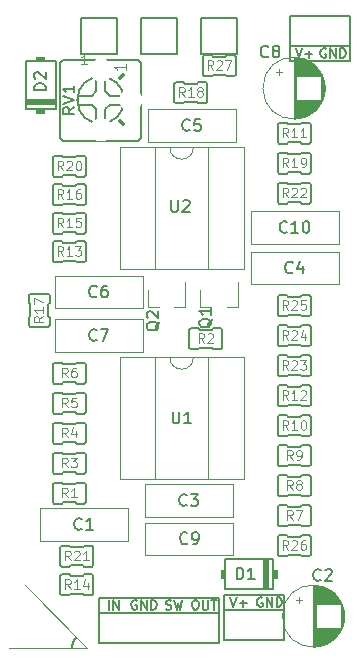
<source format=gbr>
%TF.GenerationSoftware,KiCad,Pcbnew,6.0.0+dfsg1-2*%
%TF.CreationDate,2022-01-11T21:26:03+02:00*%
%TF.ProjectId,agudo,61677564-6f2e-46b6-9963-61645f706362,rev?*%
%TF.SameCoordinates,Original*%
%TF.FileFunction,Legend,Top*%
%TF.FilePolarity,Positive*%
%FSLAX46Y46*%
G04 Gerber Fmt 4.6, Leading zero omitted, Abs format (unit mm)*
G04 Created by KiCad (PCBNEW 6.0.0+dfsg1-2) date 2022-01-11 21:26:03*
%MOMM*%
%LPD*%
G01*
G04 APERTURE LIST*
%ADD10C,0.079374*%
%ADD11C,0.105833*%
%ADD12C,0.100000*%
%ADD13C,0.150000*%
%ADD14C,0.081280*%
%ADD15C,0.127000*%
%ADD16C,0.120000*%
%ADD17C,0.152400*%
%ADD18C,0.304800*%
%ADD19O,2.000000X2.000000*%
%ADD20O,2.540000X2.540000*%
%ADD21R,2.540000X2.540000*%
%ADD22O,1.930400X1.930400*%
%ADD23R,1.930400X1.930400*%
%ADD24O,2.400000X1.600000*%
%ADD25R,2.400000X1.600000*%
%ADD26R,0.800000X0.900000*%
%ADD27C,1.800000*%
%ADD28R,1.800000X1.800000*%
%ADD29R,2.000000X2.000000*%
%ADD30C,1.600000*%
%ADD31R,1.600000X1.600000*%
G04 APERTURE END LIST*
D10*
X93218000Y-131572000D02*
X93277944Y-131623676D01*
X93277944Y-131623676D02*
X93240682Y-131668788D01*
X93240682Y-131668788D02*
X93205878Y-131714516D01*
X93205878Y-131714516D02*
X93173515Y-131760900D01*
X93173515Y-131760900D02*
X93143580Y-131807978D01*
X93143580Y-131807978D02*
X93116058Y-131855791D01*
X93116058Y-131855791D02*
X93090933Y-131904377D01*
X93090933Y-131904377D02*
X93068192Y-131953776D01*
X93068192Y-131953776D02*
X93047818Y-132004026D01*
X93047818Y-132004026D02*
X93029798Y-132055168D01*
X93029798Y-132055168D02*
X93014116Y-132107239D01*
X93014116Y-132107239D02*
X93000757Y-132160281D01*
X93000757Y-132160281D02*
X92989707Y-132214331D01*
X92989707Y-132214331D02*
X92980952Y-132269429D01*
X92980952Y-132269429D02*
X92974475Y-132325615D01*
X92974475Y-132325615D02*
X92970262Y-132382927D01*
X92970262Y-132382927D02*
X92968299Y-132441404D01*
X92968299Y-132441404D02*
X92888924Y-132440577D01*
X92888924Y-132440577D02*
X92891027Y-132378966D01*
X92891027Y-132378966D02*
X92895564Y-132318410D01*
X92895564Y-132318410D02*
X92902542Y-132258893D01*
X92902542Y-132258893D02*
X92911966Y-132200397D01*
X92911966Y-132200397D02*
X92923843Y-132142906D01*
X92923843Y-132142906D02*
X92938178Y-132086403D01*
X92938178Y-132086403D02*
X92954976Y-132030870D01*
X92954976Y-132030870D02*
X92974244Y-131976292D01*
X92974244Y-131976292D02*
X92995988Y-131922652D01*
X92995988Y-131922652D02*
X93020213Y-131869932D01*
X93020213Y-131869932D02*
X93046925Y-131818115D01*
X93046925Y-131818115D02*
X93076131Y-131767186D01*
X93076131Y-131767186D02*
X93107835Y-131717126D01*
X93107835Y-131717126D02*
X93142044Y-131667920D01*
X93142044Y-131667920D02*
X93178764Y-131619550D01*
X93178764Y-131619550D02*
X93218000Y-131572000D01*
X93218000Y-131572000D02*
X93218000Y-131572000D01*
G36*
X93277944Y-131623676D02*
G01*
X93240682Y-131668788D01*
X93205878Y-131714516D01*
X93173515Y-131760900D01*
X93143580Y-131807978D01*
X93116058Y-131855791D01*
X93090933Y-131904377D01*
X93068192Y-131953776D01*
X93047818Y-132004026D01*
X93029798Y-132055168D01*
X93014116Y-132107239D01*
X93000757Y-132160281D01*
X92989707Y-132214331D01*
X92980952Y-132269429D01*
X92974475Y-132325615D01*
X92970262Y-132382927D01*
X92968299Y-132441404D01*
X92888924Y-132440577D01*
X92891027Y-132378966D01*
X92895564Y-132318410D01*
X92902542Y-132258893D01*
X92911966Y-132200397D01*
X92923843Y-132142906D01*
X92938178Y-132086403D01*
X92954976Y-132030870D01*
X92974244Y-131976292D01*
X92995988Y-131922652D01*
X93020213Y-131869932D01*
X93046925Y-131818115D01*
X93076131Y-131767186D01*
X93107835Y-131717126D01*
X93142044Y-131667920D01*
X93178764Y-131619550D01*
X93218000Y-131572000D01*
X93277944Y-131623676D01*
G37*
X93277944Y-131623676D02*
X93240682Y-131668788D01*
X93205878Y-131714516D01*
X93173515Y-131760900D01*
X93143580Y-131807978D01*
X93116058Y-131855791D01*
X93090933Y-131904377D01*
X93068192Y-131953776D01*
X93047818Y-132004026D01*
X93029798Y-132055168D01*
X93014116Y-132107239D01*
X93000757Y-132160281D01*
X92989707Y-132214331D01*
X92980952Y-132269429D01*
X92974475Y-132325615D01*
X92970262Y-132382927D01*
X92968299Y-132441404D01*
X92888924Y-132440577D01*
X92891027Y-132378966D01*
X92895564Y-132318410D01*
X92902542Y-132258893D01*
X92911966Y-132200397D01*
X92923843Y-132142906D01*
X92938178Y-132086403D01*
X92954976Y-132030870D01*
X92974244Y-131976292D01*
X92995988Y-131922652D01*
X93020213Y-131869932D01*
X93046925Y-131818115D01*
X93076131Y-131767186D01*
X93107835Y-131717126D01*
X93142044Y-131667920D01*
X93178764Y-131619550D01*
X93218000Y-131572000D01*
X93277944Y-131623676D01*
D11*
X87636945Y-132459838D02*
X94251528Y-132459838D01*
X94251528Y-132459838D02*
X88959862Y-127168172D01*
D12*
%TO.C,R27*%
X104895714Y-83546904D02*
X104629047Y-83165952D01*
X104438571Y-83546904D02*
X104438571Y-82746904D01*
X104743333Y-82746904D01*
X104819523Y-82785000D01*
X104857619Y-82823095D01*
X104895714Y-82899285D01*
X104895714Y-83013571D01*
X104857619Y-83089761D01*
X104819523Y-83127857D01*
X104743333Y-83165952D01*
X104438571Y-83165952D01*
X105200476Y-82823095D02*
X105238571Y-82785000D01*
X105314761Y-82746904D01*
X105505238Y-82746904D01*
X105581428Y-82785000D01*
X105619523Y-82823095D01*
X105657619Y-82899285D01*
X105657619Y-82975476D01*
X105619523Y-83089761D01*
X105162380Y-83546904D01*
X105657619Y-83546904D01*
X105924285Y-82746904D02*
X106457619Y-82746904D01*
X106114761Y-83546904D01*
%TO.C,R26*%
X111245714Y-124186904D02*
X110979047Y-123805952D01*
X110788571Y-124186904D02*
X110788571Y-123386904D01*
X111093333Y-123386904D01*
X111169523Y-123425000D01*
X111207619Y-123463095D01*
X111245714Y-123539285D01*
X111245714Y-123653571D01*
X111207619Y-123729761D01*
X111169523Y-123767857D01*
X111093333Y-123805952D01*
X110788571Y-123805952D01*
X111550476Y-123463095D02*
X111588571Y-123425000D01*
X111664761Y-123386904D01*
X111855238Y-123386904D01*
X111931428Y-123425000D01*
X111969523Y-123463095D01*
X112007619Y-123539285D01*
X112007619Y-123615476D01*
X111969523Y-123729761D01*
X111512380Y-124186904D01*
X112007619Y-124186904D01*
X112693333Y-123386904D02*
X112540952Y-123386904D01*
X112464761Y-123425000D01*
X112426666Y-123463095D01*
X112350476Y-123577380D01*
X112312380Y-123729761D01*
X112312380Y-124034523D01*
X112350476Y-124110714D01*
X112388571Y-124148809D01*
X112464761Y-124186904D01*
X112617142Y-124186904D01*
X112693333Y-124148809D01*
X112731428Y-124110714D01*
X112769523Y-124034523D01*
X112769523Y-123844047D01*
X112731428Y-123767857D01*
X112693333Y-123729761D01*
X112617142Y-123691666D01*
X112464761Y-123691666D01*
X112388571Y-123729761D01*
X112350476Y-123767857D01*
X112312380Y-123844047D01*
%TO.C,R25*%
X111245714Y-103866904D02*
X110979047Y-103485952D01*
X110788571Y-103866904D02*
X110788571Y-103066904D01*
X111093333Y-103066904D01*
X111169523Y-103105000D01*
X111207619Y-103143095D01*
X111245714Y-103219285D01*
X111245714Y-103333571D01*
X111207619Y-103409761D01*
X111169523Y-103447857D01*
X111093333Y-103485952D01*
X110788571Y-103485952D01*
X111550476Y-103143095D02*
X111588571Y-103105000D01*
X111664761Y-103066904D01*
X111855238Y-103066904D01*
X111931428Y-103105000D01*
X111969523Y-103143095D01*
X112007619Y-103219285D01*
X112007619Y-103295476D01*
X111969523Y-103409761D01*
X111512380Y-103866904D01*
X112007619Y-103866904D01*
X112731428Y-103066904D02*
X112350476Y-103066904D01*
X112312380Y-103447857D01*
X112350476Y-103409761D01*
X112426666Y-103371666D01*
X112617142Y-103371666D01*
X112693333Y-103409761D01*
X112731428Y-103447857D01*
X112769523Y-103524047D01*
X112769523Y-103714523D01*
X112731428Y-103790714D01*
X112693333Y-103828809D01*
X112617142Y-103866904D01*
X112426666Y-103866904D01*
X112350476Y-103828809D01*
X112312380Y-103790714D01*
%TO.C,R24*%
X111245714Y-106406904D02*
X110979047Y-106025952D01*
X110788571Y-106406904D02*
X110788571Y-105606904D01*
X111093333Y-105606904D01*
X111169523Y-105645000D01*
X111207619Y-105683095D01*
X111245714Y-105759285D01*
X111245714Y-105873571D01*
X111207619Y-105949761D01*
X111169523Y-105987857D01*
X111093333Y-106025952D01*
X110788571Y-106025952D01*
X111550476Y-105683095D02*
X111588571Y-105645000D01*
X111664761Y-105606904D01*
X111855238Y-105606904D01*
X111931428Y-105645000D01*
X111969523Y-105683095D01*
X112007619Y-105759285D01*
X112007619Y-105835476D01*
X111969523Y-105949761D01*
X111512380Y-106406904D01*
X112007619Y-106406904D01*
X112693333Y-105873571D02*
X112693333Y-106406904D01*
X112502857Y-105568809D02*
X112312380Y-106140238D01*
X112807619Y-106140238D01*
%TO.C,R23*%
X111245714Y-108946904D02*
X110979047Y-108565952D01*
X110788571Y-108946904D02*
X110788571Y-108146904D01*
X111093333Y-108146904D01*
X111169523Y-108185000D01*
X111207619Y-108223095D01*
X111245714Y-108299285D01*
X111245714Y-108413571D01*
X111207619Y-108489761D01*
X111169523Y-108527857D01*
X111093333Y-108565952D01*
X110788571Y-108565952D01*
X111550476Y-108223095D02*
X111588571Y-108185000D01*
X111664761Y-108146904D01*
X111855238Y-108146904D01*
X111931428Y-108185000D01*
X111969523Y-108223095D01*
X112007619Y-108299285D01*
X112007619Y-108375476D01*
X111969523Y-108489761D01*
X111512380Y-108946904D01*
X112007619Y-108946904D01*
X112274285Y-108146904D02*
X112769523Y-108146904D01*
X112502857Y-108451666D01*
X112617142Y-108451666D01*
X112693333Y-108489761D01*
X112731428Y-108527857D01*
X112769523Y-108604047D01*
X112769523Y-108794523D01*
X112731428Y-108870714D01*
X112693333Y-108908809D01*
X112617142Y-108946904D01*
X112388571Y-108946904D01*
X112312380Y-108908809D01*
X112274285Y-108870714D01*
%TO.C,R22*%
X111245714Y-94341904D02*
X110979047Y-93960952D01*
X110788571Y-94341904D02*
X110788571Y-93541904D01*
X111093333Y-93541904D01*
X111169523Y-93580000D01*
X111207619Y-93618095D01*
X111245714Y-93694285D01*
X111245714Y-93808571D01*
X111207619Y-93884761D01*
X111169523Y-93922857D01*
X111093333Y-93960952D01*
X110788571Y-93960952D01*
X111550476Y-93618095D02*
X111588571Y-93580000D01*
X111664761Y-93541904D01*
X111855238Y-93541904D01*
X111931428Y-93580000D01*
X111969523Y-93618095D01*
X112007619Y-93694285D01*
X112007619Y-93770476D01*
X111969523Y-93884761D01*
X111512380Y-94341904D01*
X112007619Y-94341904D01*
X112312380Y-93618095D02*
X112350476Y-93580000D01*
X112426666Y-93541904D01*
X112617142Y-93541904D01*
X112693333Y-93580000D01*
X112731428Y-93618095D01*
X112769523Y-93694285D01*
X112769523Y-93770476D01*
X112731428Y-93884761D01*
X112274285Y-94341904D01*
X112769523Y-94341904D01*
%TO.C,R21*%
X92830714Y-125075904D02*
X92564047Y-124694952D01*
X92373571Y-125075904D02*
X92373571Y-124275904D01*
X92678333Y-124275904D01*
X92754523Y-124314000D01*
X92792619Y-124352095D01*
X92830714Y-124428285D01*
X92830714Y-124542571D01*
X92792619Y-124618761D01*
X92754523Y-124656857D01*
X92678333Y-124694952D01*
X92373571Y-124694952D01*
X93135476Y-124352095D02*
X93173571Y-124314000D01*
X93249761Y-124275904D01*
X93440238Y-124275904D01*
X93516428Y-124314000D01*
X93554523Y-124352095D01*
X93592619Y-124428285D01*
X93592619Y-124504476D01*
X93554523Y-124618761D01*
X93097380Y-125075904D01*
X93592619Y-125075904D01*
X94354523Y-125075904D02*
X93897380Y-125075904D01*
X94125952Y-125075904D02*
X94125952Y-124275904D01*
X94049761Y-124390190D01*
X93973571Y-124466380D01*
X93897380Y-124504476D01*
%TO.C,R20*%
X92195714Y-92055904D02*
X91929047Y-91674952D01*
X91738571Y-92055904D02*
X91738571Y-91255904D01*
X92043333Y-91255904D01*
X92119523Y-91294000D01*
X92157619Y-91332095D01*
X92195714Y-91408285D01*
X92195714Y-91522571D01*
X92157619Y-91598761D01*
X92119523Y-91636857D01*
X92043333Y-91674952D01*
X91738571Y-91674952D01*
X92500476Y-91332095D02*
X92538571Y-91294000D01*
X92614761Y-91255904D01*
X92805238Y-91255904D01*
X92881428Y-91294000D01*
X92919523Y-91332095D01*
X92957619Y-91408285D01*
X92957619Y-91484476D01*
X92919523Y-91598761D01*
X92462380Y-92055904D01*
X92957619Y-92055904D01*
X93452857Y-91255904D02*
X93529047Y-91255904D01*
X93605238Y-91294000D01*
X93643333Y-91332095D01*
X93681428Y-91408285D01*
X93719523Y-91560666D01*
X93719523Y-91751142D01*
X93681428Y-91903523D01*
X93643333Y-91979714D01*
X93605238Y-92017809D01*
X93529047Y-92055904D01*
X93452857Y-92055904D01*
X93376666Y-92017809D01*
X93338571Y-91979714D01*
X93300476Y-91903523D01*
X93262380Y-91751142D01*
X93262380Y-91560666D01*
X93300476Y-91408285D01*
X93338571Y-91332095D01*
X93376666Y-91294000D01*
X93452857Y-91255904D01*
%TO.C,R19*%
X111245714Y-91801904D02*
X110979047Y-91420952D01*
X110788571Y-91801904D02*
X110788571Y-91001904D01*
X111093333Y-91001904D01*
X111169523Y-91040000D01*
X111207619Y-91078095D01*
X111245714Y-91154285D01*
X111245714Y-91268571D01*
X111207619Y-91344761D01*
X111169523Y-91382857D01*
X111093333Y-91420952D01*
X110788571Y-91420952D01*
X112007619Y-91801904D02*
X111550476Y-91801904D01*
X111779047Y-91801904D02*
X111779047Y-91001904D01*
X111702857Y-91116190D01*
X111626666Y-91192380D01*
X111550476Y-91230476D01*
X112388571Y-91801904D02*
X112540952Y-91801904D01*
X112617142Y-91763809D01*
X112655238Y-91725714D01*
X112731428Y-91611428D01*
X112769523Y-91459047D01*
X112769523Y-91154285D01*
X112731428Y-91078095D01*
X112693333Y-91040000D01*
X112617142Y-91001904D01*
X112464761Y-91001904D01*
X112388571Y-91040000D01*
X112350476Y-91078095D01*
X112312380Y-91154285D01*
X112312380Y-91344761D01*
X112350476Y-91420952D01*
X112388571Y-91459047D01*
X112464761Y-91497142D01*
X112617142Y-91497142D01*
X112693333Y-91459047D01*
X112731428Y-91420952D01*
X112769523Y-91344761D01*
%TO.C,R18*%
X102482714Y-85832904D02*
X102216047Y-85451952D01*
X102025571Y-85832904D02*
X102025571Y-85032904D01*
X102330333Y-85032904D01*
X102406523Y-85071000D01*
X102444619Y-85109095D01*
X102482714Y-85185285D01*
X102482714Y-85299571D01*
X102444619Y-85375761D01*
X102406523Y-85413857D01*
X102330333Y-85451952D01*
X102025571Y-85451952D01*
X103244619Y-85832904D02*
X102787476Y-85832904D01*
X103016047Y-85832904D02*
X103016047Y-85032904D01*
X102939857Y-85147190D01*
X102863666Y-85223380D01*
X102787476Y-85261476D01*
X103701761Y-85375761D02*
X103625571Y-85337666D01*
X103587476Y-85299571D01*
X103549380Y-85223380D01*
X103549380Y-85185285D01*
X103587476Y-85109095D01*
X103625571Y-85071000D01*
X103701761Y-85032904D01*
X103854142Y-85032904D01*
X103930333Y-85071000D01*
X103968428Y-85109095D01*
X104006523Y-85185285D01*
X104006523Y-85223380D01*
X103968428Y-85299571D01*
X103930333Y-85337666D01*
X103854142Y-85375761D01*
X103701761Y-85375761D01*
X103625571Y-85413857D01*
X103587476Y-85451952D01*
X103549380Y-85528142D01*
X103549380Y-85680523D01*
X103587476Y-85756714D01*
X103625571Y-85794809D01*
X103701761Y-85832904D01*
X103854142Y-85832904D01*
X103930333Y-85794809D01*
X103968428Y-85756714D01*
X104006523Y-85680523D01*
X104006523Y-85528142D01*
X103968428Y-85451952D01*
X103930333Y-85413857D01*
X103854142Y-85375761D01*
%TO.C,R17*%
X90531904Y-104400285D02*
X90150952Y-104666952D01*
X90531904Y-104857428D02*
X89731904Y-104857428D01*
X89731904Y-104552666D01*
X89770000Y-104476476D01*
X89808095Y-104438380D01*
X89884285Y-104400285D01*
X89998571Y-104400285D01*
X90074761Y-104438380D01*
X90112857Y-104476476D01*
X90150952Y-104552666D01*
X90150952Y-104857428D01*
X90531904Y-103638380D02*
X90531904Y-104095523D01*
X90531904Y-103866952D02*
X89731904Y-103866952D01*
X89846190Y-103943142D01*
X89922380Y-104019333D01*
X89960476Y-104095523D01*
X89731904Y-103371714D02*
X89731904Y-102838380D01*
X90531904Y-103181238D01*
%TO.C,R16*%
X92195714Y-94468904D02*
X91929047Y-94087952D01*
X91738571Y-94468904D02*
X91738571Y-93668904D01*
X92043333Y-93668904D01*
X92119523Y-93707000D01*
X92157619Y-93745095D01*
X92195714Y-93821285D01*
X92195714Y-93935571D01*
X92157619Y-94011761D01*
X92119523Y-94049857D01*
X92043333Y-94087952D01*
X91738571Y-94087952D01*
X92957619Y-94468904D02*
X92500476Y-94468904D01*
X92729047Y-94468904D02*
X92729047Y-93668904D01*
X92652857Y-93783190D01*
X92576666Y-93859380D01*
X92500476Y-93897476D01*
X93643333Y-93668904D02*
X93490952Y-93668904D01*
X93414761Y-93707000D01*
X93376666Y-93745095D01*
X93300476Y-93859380D01*
X93262380Y-94011761D01*
X93262380Y-94316523D01*
X93300476Y-94392714D01*
X93338571Y-94430809D01*
X93414761Y-94468904D01*
X93567142Y-94468904D01*
X93643333Y-94430809D01*
X93681428Y-94392714D01*
X93719523Y-94316523D01*
X93719523Y-94126047D01*
X93681428Y-94049857D01*
X93643333Y-94011761D01*
X93567142Y-93973666D01*
X93414761Y-93973666D01*
X93338571Y-94011761D01*
X93300476Y-94049857D01*
X93262380Y-94126047D01*
%TO.C,R15*%
X92195714Y-96881904D02*
X91929047Y-96500952D01*
X91738571Y-96881904D02*
X91738571Y-96081904D01*
X92043333Y-96081904D01*
X92119523Y-96120000D01*
X92157619Y-96158095D01*
X92195714Y-96234285D01*
X92195714Y-96348571D01*
X92157619Y-96424761D01*
X92119523Y-96462857D01*
X92043333Y-96500952D01*
X91738571Y-96500952D01*
X92957619Y-96881904D02*
X92500476Y-96881904D01*
X92729047Y-96881904D02*
X92729047Y-96081904D01*
X92652857Y-96196190D01*
X92576666Y-96272380D01*
X92500476Y-96310476D01*
X93681428Y-96081904D02*
X93300476Y-96081904D01*
X93262380Y-96462857D01*
X93300476Y-96424761D01*
X93376666Y-96386666D01*
X93567142Y-96386666D01*
X93643333Y-96424761D01*
X93681428Y-96462857D01*
X93719523Y-96539047D01*
X93719523Y-96729523D01*
X93681428Y-96805714D01*
X93643333Y-96843809D01*
X93567142Y-96881904D01*
X93376666Y-96881904D01*
X93300476Y-96843809D01*
X93262380Y-96805714D01*
%TO.C,R14*%
X92830714Y-127488904D02*
X92564047Y-127107952D01*
X92373571Y-127488904D02*
X92373571Y-126688904D01*
X92678333Y-126688904D01*
X92754523Y-126727000D01*
X92792619Y-126765095D01*
X92830714Y-126841285D01*
X92830714Y-126955571D01*
X92792619Y-127031761D01*
X92754523Y-127069857D01*
X92678333Y-127107952D01*
X92373571Y-127107952D01*
X93592619Y-127488904D02*
X93135476Y-127488904D01*
X93364047Y-127488904D02*
X93364047Y-126688904D01*
X93287857Y-126803190D01*
X93211666Y-126879380D01*
X93135476Y-126917476D01*
X94278333Y-126955571D02*
X94278333Y-127488904D01*
X94087857Y-126650809D02*
X93897380Y-127222238D01*
X94392619Y-127222238D01*
%TO.C,R13*%
X92195714Y-99294904D02*
X91929047Y-98913952D01*
X91738571Y-99294904D02*
X91738571Y-98494904D01*
X92043333Y-98494904D01*
X92119523Y-98533000D01*
X92157619Y-98571095D01*
X92195714Y-98647285D01*
X92195714Y-98761571D01*
X92157619Y-98837761D01*
X92119523Y-98875857D01*
X92043333Y-98913952D01*
X91738571Y-98913952D01*
X92957619Y-99294904D02*
X92500476Y-99294904D01*
X92729047Y-99294904D02*
X92729047Y-98494904D01*
X92652857Y-98609190D01*
X92576666Y-98685380D01*
X92500476Y-98723476D01*
X93224285Y-98494904D02*
X93719523Y-98494904D01*
X93452857Y-98799666D01*
X93567142Y-98799666D01*
X93643333Y-98837761D01*
X93681428Y-98875857D01*
X93719523Y-98952047D01*
X93719523Y-99142523D01*
X93681428Y-99218714D01*
X93643333Y-99256809D01*
X93567142Y-99294904D01*
X93338571Y-99294904D01*
X93262380Y-99256809D01*
X93224285Y-99218714D01*
%TO.C,R12*%
X111245714Y-111486904D02*
X110979047Y-111105952D01*
X110788571Y-111486904D02*
X110788571Y-110686904D01*
X111093333Y-110686904D01*
X111169523Y-110725000D01*
X111207619Y-110763095D01*
X111245714Y-110839285D01*
X111245714Y-110953571D01*
X111207619Y-111029761D01*
X111169523Y-111067857D01*
X111093333Y-111105952D01*
X110788571Y-111105952D01*
X112007619Y-111486904D02*
X111550476Y-111486904D01*
X111779047Y-111486904D02*
X111779047Y-110686904D01*
X111702857Y-110801190D01*
X111626666Y-110877380D01*
X111550476Y-110915476D01*
X112312380Y-110763095D02*
X112350476Y-110725000D01*
X112426666Y-110686904D01*
X112617142Y-110686904D01*
X112693333Y-110725000D01*
X112731428Y-110763095D01*
X112769523Y-110839285D01*
X112769523Y-110915476D01*
X112731428Y-111029761D01*
X112274285Y-111486904D01*
X112769523Y-111486904D01*
%TO.C,R11*%
X111245714Y-89261904D02*
X110979047Y-88880952D01*
X110788571Y-89261904D02*
X110788571Y-88461904D01*
X111093333Y-88461904D01*
X111169523Y-88500000D01*
X111207619Y-88538095D01*
X111245714Y-88614285D01*
X111245714Y-88728571D01*
X111207619Y-88804761D01*
X111169523Y-88842857D01*
X111093333Y-88880952D01*
X110788571Y-88880952D01*
X112007619Y-89261904D02*
X111550476Y-89261904D01*
X111779047Y-89261904D02*
X111779047Y-88461904D01*
X111702857Y-88576190D01*
X111626666Y-88652380D01*
X111550476Y-88690476D01*
X112769523Y-89261904D02*
X112312380Y-89261904D01*
X112540952Y-89261904D02*
X112540952Y-88461904D01*
X112464761Y-88576190D01*
X112388571Y-88652380D01*
X112312380Y-88690476D01*
%TO.C,R10*%
X111245714Y-114026904D02*
X110979047Y-113645952D01*
X110788571Y-114026904D02*
X110788571Y-113226904D01*
X111093333Y-113226904D01*
X111169523Y-113265000D01*
X111207619Y-113303095D01*
X111245714Y-113379285D01*
X111245714Y-113493571D01*
X111207619Y-113569761D01*
X111169523Y-113607857D01*
X111093333Y-113645952D01*
X110788571Y-113645952D01*
X112007619Y-114026904D02*
X111550476Y-114026904D01*
X111779047Y-114026904D02*
X111779047Y-113226904D01*
X111702857Y-113341190D01*
X111626666Y-113417380D01*
X111550476Y-113455476D01*
X112502857Y-113226904D02*
X112579047Y-113226904D01*
X112655238Y-113265000D01*
X112693333Y-113303095D01*
X112731428Y-113379285D01*
X112769523Y-113531666D01*
X112769523Y-113722142D01*
X112731428Y-113874523D01*
X112693333Y-113950714D01*
X112655238Y-113988809D01*
X112579047Y-114026904D01*
X112502857Y-114026904D01*
X112426666Y-113988809D01*
X112388571Y-113950714D01*
X112350476Y-113874523D01*
X112312380Y-113722142D01*
X112312380Y-113531666D01*
X112350476Y-113379285D01*
X112388571Y-113303095D01*
X112426666Y-113265000D01*
X112502857Y-113226904D01*
%TO.C,R9*%
X111626666Y-116566904D02*
X111360000Y-116185952D01*
X111169523Y-116566904D02*
X111169523Y-115766904D01*
X111474285Y-115766904D01*
X111550476Y-115805000D01*
X111588571Y-115843095D01*
X111626666Y-115919285D01*
X111626666Y-116033571D01*
X111588571Y-116109761D01*
X111550476Y-116147857D01*
X111474285Y-116185952D01*
X111169523Y-116185952D01*
X112007619Y-116566904D02*
X112160000Y-116566904D01*
X112236190Y-116528809D01*
X112274285Y-116490714D01*
X112350476Y-116376428D01*
X112388571Y-116224047D01*
X112388571Y-115919285D01*
X112350476Y-115843095D01*
X112312380Y-115805000D01*
X112236190Y-115766904D01*
X112083809Y-115766904D01*
X112007619Y-115805000D01*
X111969523Y-115843095D01*
X111931428Y-115919285D01*
X111931428Y-116109761D01*
X111969523Y-116185952D01*
X112007619Y-116224047D01*
X112083809Y-116262142D01*
X112236190Y-116262142D01*
X112312380Y-116224047D01*
X112350476Y-116185952D01*
X112388571Y-116109761D01*
%TO.C,R8*%
X111626666Y-119106904D02*
X111360000Y-118725952D01*
X111169523Y-119106904D02*
X111169523Y-118306904D01*
X111474285Y-118306904D01*
X111550476Y-118345000D01*
X111588571Y-118383095D01*
X111626666Y-118459285D01*
X111626666Y-118573571D01*
X111588571Y-118649761D01*
X111550476Y-118687857D01*
X111474285Y-118725952D01*
X111169523Y-118725952D01*
X112083809Y-118649761D02*
X112007619Y-118611666D01*
X111969523Y-118573571D01*
X111931428Y-118497380D01*
X111931428Y-118459285D01*
X111969523Y-118383095D01*
X112007619Y-118345000D01*
X112083809Y-118306904D01*
X112236190Y-118306904D01*
X112312380Y-118345000D01*
X112350476Y-118383095D01*
X112388571Y-118459285D01*
X112388571Y-118497380D01*
X112350476Y-118573571D01*
X112312380Y-118611666D01*
X112236190Y-118649761D01*
X112083809Y-118649761D01*
X112007619Y-118687857D01*
X111969523Y-118725952D01*
X111931428Y-118802142D01*
X111931428Y-118954523D01*
X111969523Y-119030714D01*
X112007619Y-119068809D01*
X112083809Y-119106904D01*
X112236190Y-119106904D01*
X112312380Y-119068809D01*
X112350476Y-119030714D01*
X112388571Y-118954523D01*
X112388571Y-118802142D01*
X112350476Y-118725952D01*
X112312380Y-118687857D01*
X112236190Y-118649761D01*
%TO.C,R7*%
X111626666Y-121646904D02*
X111360000Y-121265952D01*
X111169523Y-121646904D02*
X111169523Y-120846904D01*
X111474285Y-120846904D01*
X111550476Y-120885000D01*
X111588571Y-120923095D01*
X111626666Y-120999285D01*
X111626666Y-121113571D01*
X111588571Y-121189761D01*
X111550476Y-121227857D01*
X111474285Y-121265952D01*
X111169523Y-121265952D01*
X111893333Y-120846904D02*
X112426666Y-120846904D01*
X112083809Y-121646904D01*
%TO.C,R6*%
X92576666Y-109581904D02*
X92310000Y-109200952D01*
X92119523Y-109581904D02*
X92119523Y-108781904D01*
X92424285Y-108781904D01*
X92500476Y-108820000D01*
X92538571Y-108858095D01*
X92576666Y-108934285D01*
X92576666Y-109048571D01*
X92538571Y-109124761D01*
X92500476Y-109162857D01*
X92424285Y-109200952D01*
X92119523Y-109200952D01*
X93262380Y-108781904D02*
X93110000Y-108781904D01*
X93033809Y-108820000D01*
X92995714Y-108858095D01*
X92919523Y-108972380D01*
X92881428Y-109124761D01*
X92881428Y-109429523D01*
X92919523Y-109505714D01*
X92957619Y-109543809D01*
X93033809Y-109581904D01*
X93186190Y-109581904D01*
X93262380Y-109543809D01*
X93300476Y-109505714D01*
X93338571Y-109429523D01*
X93338571Y-109239047D01*
X93300476Y-109162857D01*
X93262380Y-109124761D01*
X93186190Y-109086666D01*
X93033809Y-109086666D01*
X92957619Y-109124761D01*
X92919523Y-109162857D01*
X92881428Y-109239047D01*
%TO.C,R5*%
X92576666Y-112121904D02*
X92310000Y-111740952D01*
X92119523Y-112121904D02*
X92119523Y-111321904D01*
X92424285Y-111321904D01*
X92500476Y-111360000D01*
X92538571Y-111398095D01*
X92576666Y-111474285D01*
X92576666Y-111588571D01*
X92538571Y-111664761D01*
X92500476Y-111702857D01*
X92424285Y-111740952D01*
X92119523Y-111740952D01*
X93300476Y-111321904D02*
X92919523Y-111321904D01*
X92881428Y-111702857D01*
X92919523Y-111664761D01*
X92995714Y-111626666D01*
X93186190Y-111626666D01*
X93262380Y-111664761D01*
X93300476Y-111702857D01*
X93338571Y-111779047D01*
X93338571Y-111969523D01*
X93300476Y-112045714D01*
X93262380Y-112083809D01*
X93186190Y-112121904D01*
X92995714Y-112121904D01*
X92919523Y-112083809D01*
X92881428Y-112045714D01*
%TO.C,R4*%
X92576666Y-114661904D02*
X92310000Y-114280952D01*
X92119523Y-114661904D02*
X92119523Y-113861904D01*
X92424285Y-113861904D01*
X92500476Y-113900000D01*
X92538571Y-113938095D01*
X92576666Y-114014285D01*
X92576666Y-114128571D01*
X92538571Y-114204761D01*
X92500476Y-114242857D01*
X92424285Y-114280952D01*
X92119523Y-114280952D01*
X93262380Y-114128571D02*
X93262380Y-114661904D01*
X93071904Y-113823809D02*
X92881428Y-114395238D01*
X93376666Y-114395238D01*
%TO.C,R3*%
X92576666Y-117201904D02*
X92310000Y-116820952D01*
X92119523Y-117201904D02*
X92119523Y-116401904D01*
X92424285Y-116401904D01*
X92500476Y-116440000D01*
X92538571Y-116478095D01*
X92576666Y-116554285D01*
X92576666Y-116668571D01*
X92538571Y-116744761D01*
X92500476Y-116782857D01*
X92424285Y-116820952D01*
X92119523Y-116820952D01*
X92843333Y-116401904D02*
X93338571Y-116401904D01*
X93071904Y-116706666D01*
X93186190Y-116706666D01*
X93262380Y-116744761D01*
X93300476Y-116782857D01*
X93338571Y-116859047D01*
X93338571Y-117049523D01*
X93300476Y-117125714D01*
X93262380Y-117163809D01*
X93186190Y-117201904D01*
X92957619Y-117201904D01*
X92881428Y-117163809D01*
X92843333Y-117125714D01*
%TO.C,R2*%
X104133666Y-106660904D02*
X103867000Y-106279952D01*
X103676523Y-106660904D02*
X103676523Y-105860904D01*
X103981285Y-105860904D01*
X104057476Y-105899000D01*
X104095571Y-105937095D01*
X104133666Y-106013285D01*
X104133666Y-106127571D01*
X104095571Y-106203761D01*
X104057476Y-106241857D01*
X103981285Y-106279952D01*
X103676523Y-106279952D01*
X104438428Y-105937095D02*
X104476523Y-105899000D01*
X104552714Y-105860904D01*
X104743190Y-105860904D01*
X104819380Y-105899000D01*
X104857476Y-105937095D01*
X104895571Y-106013285D01*
X104895571Y-106089476D01*
X104857476Y-106203761D01*
X104400333Y-106660904D01*
X104895571Y-106660904D01*
%TO.C,R1*%
X92576666Y-119741904D02*
X92310000Y-119360952D01*
X92119523Y-119741904D02*
X92119523Y-118941904D01*
X92424285Y-118941904D01*
X92500476Y-118980000D01*
X92538571Y-119018095D01*
X92576666Y-119094285D01*
X92576666Y-119208571D01*
X92538571Y-119284761D01*
X92500476Y-119322857D01*
X92424285Y-119360952D01*
X92119523Y-119360952D01*
X93338571Y-119741904D02*
X92881428Y-119741904D01*
X93110000Y-119741904D02*
X93110000Y-118941904D01*
X93033809Y-119056190D01*
X92957619Y-119132380D01*
X92881428Y-119170476D01*
%TO.C,RV2*%
X94200617Y-83026310D02*
X93759382Y-83026310D01*
X93980000Y-83026310D02*
X93980000Y-82254150D01*
X93906460Y-82364459D01*
X93832921Y-82437998D01*
X93759382Y-82474767D01*
D13*
%TO.C,J3*%
X114452476Y-81769000D02*
X114376285Y-81730904D01*
X114262000Y-81730904D01*
X114147714Y-81769000D01*
X114071523Y-81845190D01*
X114033428Y-81921380D01*
X113995333Y-82073761D01*
X113995333Y-82188047D01*
X114033428Y-82340428D01*
X114071523Y-82416619D01*
X114147714Y-82492809D01*
X114262000Y-82530904D01*
X114338190Y-82530904D01*
X114452476Y-82492809D01*
X114490571Y-82454714D01*
X114490571Y-82188047D01*
X114338190Y-82188047D01*
X114833428Y-82530904D02*
X114833428Y-81730904D01*
X115290571Y-82530904D01*
X115290571Y-81730904D01*
X115671523Y-82530904D02*
X115671523Y-81730904D01*
X115862000Y-81730904D01*
X115976285Y-81769000D01*
X116052476Y-81845190D01*
X116090571Y-81921380D01*
X116128666Y-82073761D01*
X116128666Y-82188047D01*
X116090571Y-82340428D01*
X116052476Y-82416619D01*
X115976285Y-82492809D01*
X115862000Y-82530904D01*
X115671523Y-82530904D01*
X111887095Y-81730904D02*
X112153761Y-82530904D01*
X112420428Y-81730904D01*
X112687095Y-82226142D02*
X113296619Y-82226142D01*
X112991857Y-82530904D02*
X112991857Y-81921380D01*
%TO.C,U2*%
X101346095Y-94575380D02*
X101346095Y-95384904D01*
X101393714Y-95480142D01*
X101441333Y-95527761D01*
X101536571Y-95575380D01*
X101727047Y-95575380D01*
X101822285Y-95527761D01*
X101869904Y-95480142D01*
X101917523Y-95384904D01*
X101917523Y-94575380D01*
X102346095Y-94670619D02*
X102393714Y-94623000D01*
X102488952Y-94575380D01*
X102727047Y-94575380D01*
X102822285Y-94623000D01*
X102869904Y-94670619D01*
X102917523Y-94765857D01*
X102917523Y-94861095D01*
X102869904Y-95003952D01*
X102298476Y-95575380D01*
X102917523Y-95575380D01*
%TO.C,U1*%
X101473095Y-112482380D02*
X101473095Y-113291904D01*
X101520714Y-113387142D01*
X101568333Y-113434761D01*
X101663571Y-113482380D01*
X101854047Y-113482380D01*
X101949285Y-113434761D01*
X101996904Y-113387142D01*
X102044523Y-113291904D01*
X102044523Y-112482380D01*
X103044523Y-113482380D02*
X102473095Y-113482380D01*
X102758809Y-113482380D02*
X102758809Y-112482380D01*
X102663571Y-112625238D01*
X102568333Y-112720476D01*
X102473095Y-112768095D01*
%TO.C,RV1*%
X93162380Y-86701238D02*
X92686190Y-87034571D01*
X93162380Y-87272666D02*
X92162380Y-87272666D01*
X92162380Y-86891714D01*
X92210000Y-86796476D01*
X92257619Y-86748857D01*
X92352857Y-86701238D01*
X92495714Y-86701238D01*
X92590952Y-86748857D01*
X92638571Y-86796476D01*
X92686190Y-86891714D01*
X92686190Y-87272666D01*
X92162380Y-86415523D02*
X93162380Y-86082190D01*
X92162380Y-85748857D01*
X93162380Y-84891714D02*
X93162380Y-85463142D01*
X93162380Y-85177428D02*
X92162380Y-85177428D01*
X92305238Y-85272666D01*
X92400476Y-85367904D01*
X92448095Y-85463142D01*
D14*
X97490038Y-83040679D02*
X97490038Y-83592222D01*
X97490038Y-83316451D02*
X96524838Y-83316451D01*
X96662723Y-83408374D01*
X96754647Y-83500298D01*
X96800609Y-83592222D01*
D13*
%TO.C,Q2*%
X100369619Y-104870238D02*
X100322000Y-104965476D01*
X100226761Y-105060714D01*
X100083904Y-105203571D01*
X100036285Y-105298809D01*
X100036285Y-105394047D01*
X100274380Y-105346428D02*
X100226761Y-105441666D01*
X100131523Y-105536904D01*
X99941047Y-105584523D01*
X99607714Y-105584523D01*
X99417238Y-105536904D01*
X99322000Y-105441666D01*
X99274380Y-105346428D01*
X99274380Y-105155952D01*
X99322000Y-105060714D01*
X99417238Y-104965476D01*
X99607714Y-104917857D01*
X99941047Y-104917857D01*
X100131523Y-104965476D01*
X100226761Y-105060714D01*
X100274380Y-105155952D01*
X100274380Y-105346428D01*
X99369619Y-104536904D02*
X99322000Y-104489285D01*
X99274380Y-104394047D01*
X99274380Y-104155952D01*
X99322000Y-104060714D01*
X99369619Y-104013095D01*
X99464857Y-103965476D01*
X99560095Y-103965476D01*
X99702952Y-104013095D01*
X100274380Y-104584523D01*
X100274380Y-103965476D01*
%TO.C,Q1*%
X104814619Y-104616238D02*
X104767000Y-104711476D01*
X104671761Y-104806714D01*
X104528904Y-104949571D01*
X104481285Y-105044809D01*
X104481285Y-105140047D01*
X104719380Y-105092428D02*
X104671761Y-105187666D01*
X104576523Y-105282904D01*
X104386047Y-105330523D01*
X104052714Y-105330523D01*
X103862238Y-105282904D01*
X103767000Y-105187666D01*
X103719380Y-105092428D01*
X103719380Y-104901952D01*
X103767000Y-104806714D01*
X103862238Y-104711476D01*
X104052714Y-104663857D01*
X104386047Y-104663857D01*
X104576523Y-104711476D01*
X104671761Y-104806714D01*
X104719380Y-104901952D01*
X104719380Y-105092428D01*
X104719380Y-103711476D02*
X104719380Y-104282904D01*
X104719380Y-103997190D02*
X103719380Y-103997190D01*
X103862238Y-104092428D01*
X103957476Y-104187666D01*
X104005095Y-104282904D01*
%TO.C,J2*%
X106362595Y-128212904D02*
X106629261Y-129012904D01*
X106895928Y-128212904D01*
X107162595Y-128708142D02*
X107772119Y-128708142D01*
X107467357Y-129012904D02*
X107467357Y-128403380D01*
X109054976Y-128251000D02*
X108978785Y-128212904D01*
X108864500Y-128212904D01*
X108750214Y-128251000D01*
X108674023Y-128327190D01*
X108635928Y-128403380D01*
X108597833Y-128555761D01*
X108597833Y-128670047D01*
X108635928Y-128822428D01*
X108674023Y-128898619D01*
X108750214Y-128974809D01*
X108864500Y-129012904D01*
X108940690Y-129012904D01*
X109054976Y-128974809D01*
X109093071Y-128936714D01*
X109093071Y-128670047D01*
X108940690Y-128670047D01*
X109435928Y-129012904D02*
X109435928Y-128212904D01*
X109893071Y-129012904D01*
X109893071Y-128212904D01*
X110274023Y-129012904D02*
X110274023Y-128212904D01*
X110464500Y-128212904D01*
X110578785Y-128251000D01*
X110654976Y-128327190D01*
X110693071Y-128403380D01*
X110731166Y-128555761D01*
X110731166Y-128670047D01*
X110693071Y-128822428D01*
X110654976Y-128898619D01*
X110578785Y-128974809D01*
X110464500Y-129012904D01*
X110274023Y-129012904D01*
%TO.C,J1*%
X96088252Y-129241504D02*
X96088252Y-128441504D01*
X96469204Y-129241504D02*
X96469204Y-128441504D01*
X96926347Y-129241504D01*
X96926347Y-128441504D01*
X98437776Y-128479600D02*
X98361585Y-128441504D01*
X98247300Y-128441504D01*
X98133014Y-128479600D01*
X98056823Y-128555790D01*
X98018728Y-128631980D01*
X97980633Y-128784361D01*
X97980633Y-128898647D01*
X98018728Y-129051028D01*
X98056823Y-129127219D01*
X98133014Y-129203409D01*
X98247300Y-129241504D01*
X98323490Y-129241504D01*
X98437776Y-129203409D01*
X98475871Y-129165314D01*
X98475871Y-128898647D01*
X98323490Y-128898647D01*
X98818728Y-129241504D02*
X98818728Y-128441504D01*
X99275871Y-129241504D01*
X99275871Y-128441504D01*
X99656823Y-129241504D02*
X99656823Y-128441504D01*
X99847300Y-128441504D01*
X99961585Y-128479600D01*
X100037776Y-128555790D01*
X100075871Y-128631980D01*
X100113966Y-128784361D01*
X100113966Y-128898647D01*
X100075871Y-129051028D01*
X100037776Y-129127219D01*
X99961585Y-129203409D01*
X99847300Y-129241504D01*
X99656823Y-129241504D01*
X100901585Y-129203409D02*
X101015871Y-129241504D01*
X101206347Y-129241504D01*
X101282538Y-129203409D01*
X101320633Y-129165314D01*
X101358728Y-129089123D01*
X101358728Y-129012933D01*
X101320633Y-128936742D01*
X101282538Y-128898647D01*
X101206347Y-128860552D01*
X101053966Y-128822457D01*
X100977776Y-128784361D01*
X100939680Y-128746266D01*
X100901585Y-128670076D01*
X100901585Y-128593885D01*
X100939680Y-128517695D01*
X100977776Y-128479600D01*
X101053966Y-128441504D01*
X101244442Y-128441504D01*
X101358728Y-128479600D01*
X101625395Y-128441504D02*
X101815871Y-129241504D01*
X101968252Y-128670076D01*
X102120633Y-129241504D01*
X102311109Y-128441504D01*
X103327300Y-128441504D02*
X103479680Y-128441504D01*
X103555871Y-128479600D01*
X103632061Y-128555790D01*
X103670157Y-128708171D01*
X103670157Y-128974838D01*
X103632061Y-129127219D01*
X103555871Y-129203409D01*
X103479680Y-129241504D01*
X103327300Y-129241504D01*
X103251109Y-129203409D01*
X103174919Y-129127219D01*
X103136823Y-128974838D01*
X103136823Y-128708171D01*
X103174919Y-128555790D01*
X103251109Y-128479600D01*
X103327300Y-128441504D01*
X104013014Y-128441504D02*
X104013014Y-129089123D01*
X104051109Y-129165314D01*
X104089204Y-129203409D01*
X104165395Y-129241504D01*
X104317776Y-129241504D01*
X104393966Y-129203409D01*
X104432061Y-129165314D01*
X104470157Y-129089123D01*
X104470157Y-128441504D01*
X104736823Y-128441504D02*
X105193966Y-128441504D01*
X104965395Y-129241504D02*
X104965395Y-128441504D01*
%TO.C,D2*%
X90749380Y-85256595D02*
X89749380Y-85256595D01*
X89749380Y-85018500D01*
X89797000Y-84875642D01*
X89892238Y-84780404D01*
X89987476Y-84732785D01*
X90177952Y-84685166D01*
X90320809Y-84685166D01*
X90511285Y-84732785D01*
X90606523Y-84780404D01*
X90701761Y-84875642D01*
X90749380Y-85018500D01*
X90749380Y-85256595D01*
X89844619Y-84304214D02*
X89797000Y-84256595D01*
X89749380Y-84161357D01*
X89749380Y-83923261D01*
X89797000Y-83828023D01*
X89844619Y-83780404D01*
X89939857Y-83732785D01*
X90035095Y-83732785D01*
X90177952Y-83780404D01*
X90749380Y-84351833D01*
X90749380Y-83732785D01*
%TO.C,D1*%
X106894404Y-126690380D02*
X106894404Y-125690380D01*
X107132500Y-125690380D01*
X107275357Y-125738000D01*
X107370595Y-125833238D01*
X107418214Y-125928476D01*
X107465833Y-126118952D01*
X107465833Y-126261809D01*
X107418214Y-126452285D01*
X107370595Y-126547523D01*
X107275357Y-126642761D01*
X107132500Y-126690380D01*
X106894404Y-126690380D01*
X108418214Y-126690380D02*
X107846785Y-126690380D01*
X108132500Y-126690380D02*
X108132500Y-125690380D01*
X108037261Y-125833238D01*
X107942023Y-125928476D01*
X107846785Y-125976095D01*
%TO.C,C10*%
X111157142Y-97258142D02*
X111109523Y-97305761D01*
X110966666Y-97353380D01*
X110871428Y-97353380D01*
X110728571Y-97305761D01*
X110633333Y-97210523D01*
X110585714Y-97115285D01*
X110538095Y-96924809D01*
X110538095Y-96781952D01*
X110585714Y-96591476D01*
X110633333Y-96496238D01*
X110728571Y-96401000D01*
X110871428Y-96353380D01*
X110966666Y-96353380D01*
X111109523Y-96401000D01*
X111157142Y-96448619D01*
X112109523Y-97353380D02*
X111538095Y-97353380D01*
X111823809Y-97353380D02*
X111823809Y-96353380D01*
X111728571Y-96496238D01*
X111633333Y-96591476D01*
X111538095Y-96639095D01*
X112728571Y-96353380D02*
X112823809Y-96353380D01*
X112919047Y-96401000D01*
X112966666Y-96448619D01*
X113014285Y-96543857D01*
X113061904Y-96734333D01*
X113061904Y-96972428D01*
X113014285Y-97162904D01*
X112966666Y-97258142D01*
X112919047Y-97305761D01*
X112823809Y-97353380D01*
X112728571Y-97353380D01*
X112633333Y-97305761D01*
X112585714Y-97258142D01*
X112538095Y-97162904D01*
X112490476Y-96972428D01*
X112490476Y-96734333D01*
X112538095Y-96543857D01*
X112585714Y-96448619D01*
X112633333Y-96401000D01*
X112728571Y-96353380D01*
%TO.C,C9*%
X102726833Y-123610642D02*
X102679214Y-123658261D01*
X102536357Y-123705880D01*
X102441119Y-123705880D01*
X102298261Y-123658261D01*
X102203023Y-123563023D01*
X102155404Y-123467785D01*
X102107785Y-123277309D01*
X102107785Y-123134452D01*
X102155404Y-122943976D01*
X102203023Y-122848738D01*
X102298261Y-122753500D01*
X102441119Y-122705880D01*
X102536357Y-122705880D01*
X102679214Y-122753500D01*
X102726833Y-122801119D01*
X103203023Y-123705880D02*
X103393500Y-123705880D01*
X103488738Y-123658261D01*
X103536357Y-123610642D01*
X103631595Y-123467785D01*
X103679214Y-123277309D01*
X103679214Y-122896357D01*
X103631595Y-122801119D01*
X103583976Y-122753500D01*
X103488738Y-122705880D01*
X103298261Y-122705880D01*
X103203023Y-122753500D01*
X103155404Y-122801119D01*
X103107785Y-122896357D01*
X103107785Y-123134452D01*
X103155404Y-123229690D01*
X103203023Y-123277309D01*
X103298261Y-123324928D01*
X103488738Y-123324928D01*
X103583976Y-123277309D01*
X103631595Y-123229690D01*
X103679214Y-123134452D01*
%TO.C,C8*%
X109561333Y-82399142D02*
X109513714Y-82446761D01*
X109370857Y-82494380D01*
X109275619Y-82494380D01*
X109132761Y-82446761D01*
X109037523Y-82351523D01*
X108989904Y-82256285D01*
X108942285Y-82065809D01*
X108942285Y-81922952D01*
X108989904Y-81732476D01*
X109037523Y-81637238D01*
X109132761Y-81542000D01*
X109275619Y-81494380D01*
X109370857Y-81494380D01*
X109513714Y-81542000D01*
X109561333Y-81589619D01*
X110132761Y-81922952D02*
X110037523Y-81875333D01*
X109989904Y-81827714D01*
X109942285Y-81732476D01*
X109942285Y-81684857D01*
X109989904Y-81589619D01*
X110037523Y-81542000D01*
X110132761Y-81494380D01*
X110323238Y-81494380D01*
X110418476Y-81542000D01*
X110466095Y-81589619D01*
X110513714Y-81684857D01*
X110513714Y-81732476D01*
X110466095Y-81827714D01*
X110418476Y-81875333D01*
X110323238Y-81922952D01*
X110132761Y-81922952D01*
X110037523Y-81970571D01*
X109989904Y-82018190D01*
X109942285Y-82113428D01*
X109942285Y-82303904D01*
X109989904Y-82399142D01*
X110037523Y-82446761D01*
X110132761Y-82494380D01*
X110323238Y-82494380D01*
X110418476Y-82446761D01*
X110466095Y-82399142D01*
X110513714Y-82303904D01*
X110513714Y-82113428D01*
X110466095Y-82018190D01*
X110418476Y-81970571D01*
X110323238Y-81922952D01*
%TO.C,C7*%
X95043333Y-106402142D02*
X94995714Y-106449761D01*
X94852857Y-106497380D01*
X94757619Y-106497380D01*
X94614761Y-106449761D01*
X94519523Y-106354523D01*
X94471904Y-106259285D01*
X94424285Y-106068809D01*
X94424285Y-105925952D01*
X94471904Y-105735476D01*
X94519523Y-105640238D01*
X94614761Y-105545000D01*
X94757619Y-105497380D01*
X94852857Y-105497380D01*
X94995714Y-105545000D01*
X95043333Y-105592619D01*
X95376666Y-105497380D02*
X96043333Y-105497380D01*
X95614761Y-106497380D01*
%TO.C,C6*%
X95043333Y-102719142D02*
X94995714Y-102766761D01*
X94852857Y-102814380D01*
X94757619Y-102814380D01*
X94614761Y-102766761D01*
X94519523Y-102671523D01*
X94471904Y-102576285D01*
X94424285Y-102385809D01*
X94424285Y-102242952D01*
X94471904Y-102052476D01*
X94519523Y-101957238D01*
X94614761Y-101862000D01*
X94757619Y-101814380D01*
X94852857Y-101814380D01*
X94995714Y-101862000D01*
X95043333Y-101909619D01*
X95900476Y-101814380D02*
X95710000Y-101814380D01*
X95614761Y-101862000D01*
X95567142Y-101909619D01*
X95471904Y-102052476D01*
X95424285Y-102242952D01*
X95424285Y-102623904D01*
X95471904Y-102719142D01*
X95519523Y-102766761D01*
X95614761Y-102814380D01*
X95805238Y-102814380D01*
X95900476Y-102766761D01*
X95948095Y-102719142D01*
X95995714Y-102623904D01*
X95995714Y-102385809D01*
X95948095Y-102290571D01*
X95900476Y-102242952D01*
X95805238Y-102195333D01*
X95614761Y-102195333D01*
X95519523Y-102242952D01*
X95471904Y-102290571D01*
X95424285Y-102385809D01*
%TO.C,C5*%
X102917333Y-88622142D02*
X102869714Y-88669761D01*
X102726857Y-88717380D01*
X102631619Y-88717380D01*
X102488761Y-88669761D01*
X102393523Y-88574523D01*
X102345904Y-88479285D01*
X102298285Y-88288809D01*
X102298285Y-88145952D01*
X102345904Y-87955476D01*
X102393523Y-87860238D01*
X102488761Y-87765000D01*
X102631619Y-87717380D01*
X102726857Y-87717380D01*
X102869714Y-87765000D01*
X102917333Y-87812619D01*
X103822095Y-87717380D02*
X103345904Y-87717380D01*
X103298285Y-88193571D01*
X103345904Y-88145952D01*
X103441142Y-88098333D01*
X103679238Y-88098333D01*
X103774476Y-88145952D01*
X103822095Y-88193571D01*
X103869714Y-88288809D01*
X103869714Y-88526904D01*
X103822095Y-88622142D01*
X103774476Y-88669761D01*
X103679238Y-88717380D01*
X103441142Y-88717380D01*
X103345904Y-88669761D01*
X103298285Y-88622142D01*
%TO.C,C4*%
X111633333Y-100687142D02*
X111585714Y-100734761D01*
X111442857Y-100782380D01*
X111347619Y-100782380D01*
X111204761Y-100734761D01*
X111109523Y-100639523D01*
X111061904Y-100544285D01*
X111014285Y-100353809D01*
X111014285Y-100210952D01*
X111061904Y-100020476D01*
X111109523Y-99925238D01*
X111204761Y-99830000D01*
X111347619Y-99782380D01*
X111442857Y-99782380D01*
X111585714Y-99830000D01*
X111633333Y-99877619D01*
X112490476Y-100115714D02*
X112490476Y-100782380D01*
X112252380Y-99734761D02*
X112014285Y-100449047D01*
X112633333Y-100449047D01*
%TO.C,C3*%
X102663333Y-120372142D02*
X102615714Y-120419761D01*
X102472857Y-120467380D01*
X102377619Y-120467380D01*
X102234761Y-120419761D01*
X102139523Y-120324523D01*
X102091904Y-120229285D01*
X102044285Y-120038809D01*
X102044285Y-119895952D01*
X102091904Y-119705476D01*
X102139523Y-119610238D01*
X102234761Y-119515000D01*
X102377619Y-119467380D01*
X102472857Y-119467380D01*
X102615714Y-119515000D01*
X102663333Y-119562619D01*
X102996666Y-119467380D02*
X103615714Y-119467380D01*
X103282380Y-119848333D01*
X103425238Y-119848333D01*
X103520476Y-119895952D01*
X103568095Y-119943571D01*
X103615714Y-120038809D01*
X103615714Y-120276904D01*
X103568095Y-120372142D01*
X103520476Y-120419761D01*
X103425238Y-120467380D01*
X103139523Y-120467380D01*
X103044285Y-120419761D01*
X102996666Y-120372142D01*
%TO.C,C2*%
X114006333Y-126722142D02*
X113958714Y-126769761D01*
X113815857Y-126817380D01*
X113720619Y-126817380D01*
X113577761Y-126769761D01*
X113482523Y-126674523D01*
X113434904Y-126579285D01*
X113387285Y-126388809D01*
X113387285Y-126245952D01*
X113434904Y-126055476D01*
X113482523Y-125960238D01*
X113577761Y-125865000D01*
X113720619Y-125817380D01*
X113815857Y-125817380D01*
X113958714Y-125865000D01*
X114006333Y-125912619D01*
X114387285Y-125912619D02*
X114434904Y-125865000D01*
X114530142Y-125817380D01*
X114768238Y-125817380D01*
X114863476Y-125865000D01*
X114911095Y-125912619D01*
X114958714Y-126007857D01*
X114958714Y-126103095D01*
X114911095Y-126245952D01*
X114339666Y-126817380D01*
X114958714Y-126817380D01*
%TO.C,C1*%
X93773333Y-122404142D02*
X93725714Y-122451761D01*
X93582857Y-122499380D01*
X93487619Y-122499380D01*
X93344761Y-122451761D01*
X93249523Y-122356523D01*
X93201904Y-122261285D01*
X93154285Y-122070809D01*
X93154285Y-121927952D01*
X93201904Y-121737476D01*
X93249523Y-121642238D01*
X93344761Y-121547000D01*
X93487619Y-121499380D01*
X93582857Y-121499380D01*
X93725714Y-121547000D01*
X93773333Y-121594619D01*
X94725714Y-122499380D02*
X94154285Y-122499380D01*
X94440000Y-122499380D02*
X94440000Y-121499380D01*
X94344761Y-121642238D01*
X94249523Y-121737476D01*
X94154285Y-121785095D01*
D15*
%TO.C,R27*%
X106807000Y-83947000D02*
X106680000Y-84074000D01*
X106680000Y-84074000D02*
X106045000Y-84074000D01*
X106045000Y-84074000D02*
X105918000Y-83947000D01*
X105918000Y-83947000D02*
X104902000Y-83947000D01*
X104902000Y-83947000D02*
X104775000Y-84074000D01*
X104775000Y-84074000D02*
X104140000Y-84074000D01*
X104140000Y-84074000D02*
X104013000Y-83947000D01*
X104013000Y-82423000D02*
X104140000Y-82296000D01*
X104140000Y-82296000D02*
X104775000Y-82296000D01*
X104775000Y-82296000D02*
X104902000Y-82423000D01*
X104902000Y-82423000D02*
X105918000Y-82423000D01*
X105918000Y-82423000D02*
X106045000Y-82296000D01*
X106045000Y-82296000D02*
X106680000Y-82296000D01*
X106680000Y-82296000D02*
X106807000Y-82423000D01*
X106807000Y-83947000D02*
X106807000Y-82423000D01*
X104013000Y-83947000D02*
X104013000Y-82423000D01*
%TO.C,R26*%
X110363000Y-123063000D02*
X110490000Y-122936000D01*
X110490000Y-122936000D02*
X111125000Y-122936000D01*
X111125000Y-122936000D02*
X111252000Y-123063000D01*
X111252000Y-123063000D02*
X112268000Y-123063000D01*
X112268000Y-123063000D02*
X112395000Y-122936000D01*
X112395000Y-122936000D02*
X113030000Y-122936000D01*
X113030000Y-122936000D02*
X113157000Y-123063000D01*
X113157000Y-124587000D02*
X113030000Y-124714000D01*
X113030000Y-124714000D02*
X112395000Y-124714000D01*
X112395000Y-124714000D02*
X112268000Y-124587000D01*
X112268000Y-124587000D02*
X111252000Y-124587000D01*
X111252000Y-124587000D02*
X111125000Y-124714000D01*
X111125000Y-124714000D02*
X110490000Y-124714000D01*
X110490000Y-124714000D02*
X110363000Y-124587000D01*
X110363000Y-123063000D02*
X110363000Y-124587000D01*
X113157000Y-123063000D02*
X113157000Y-124587000D01*
%TO.C,R25*%
X110363000Y-102743000D02*
X110490000Y-102616000D01*
X110490000Y-102616000D02*
X111125000Y-102616000D01*
X111125000Y-102616000D02*
X111252000Y-102743000D01*
X111252000Y-102743000D02*
X112268000Y-102743000D01*
X112268000Y-102743000D02*
X112395000Y-102616000D01*
X112395000Y-102616000D02*
X113030000Y-102616000D01*
X113030000Y-102616000D02*
X113157000Y-102743000D01*
X113157000Y-104267000D02*
X113030000Y-104394000D01*
X113030000Y-104394000D02*
X112395000Y-104394000D01*
X112395000Y-104394000D02*
X112268000Y-104267000D01*
X112268000Y-104267000D02*
X111252000Y-104267000D01*
X111252000Y-104267000D02*
X111125000Y-104394000D01*
X111125000Y-104394000D02*
X110490000Y-104394000D01*
X110490000Y-104394000D02*
X110363000Y-104267000D01*
X110363000Y-102743000D02*
X110363000Y-104267000D01*
X113157000Y-102743000D02*
X113157000Y-104267000D01*
%TO.C,R24*%
X110363000Y-105283000D02*
X110490000Y-105156000D01*
X110490000Y-105156000D02*
X111125000Y-105156000D01*
X111125000Y-105156000D02*
X111252000Y-105283000D01*
X111252000Y-105283000D02*
X112268000Y-105283000D01*
X112268000Y-105283000D02*
X112395000Y-105156000D01*
X112395000Y-105156000D02*
X113030000Y-105156000D01*
X113030000Y-105156000D02*
X113157000Y-105283000D01*
X113157000Y-106807000D02*
X113030000Y-106934000D01*
X113030000Y-106934000D02*
X112395000Y-106934000D01*
X112395000Y-106934000D02*
X112268000Y-106807000D01*
X112268000Y-106807000D02*
X111252000Y-106807000D01*
X111252000Y-106807000D02*
X111125000Y-106934000D01*
X111125000Y-106934000D02*
X110490000Y-106934000D01*
X110490000Y-106934000D02*
X110363000Y-106807000D01*
X110363000Y-105283000D02*
X110363000Y-106807000D01*
X113157000Y-105283000D02*
X113157000Y-106807000D01*
%TO.C,R23*%
X110363000Y-107823000D02*
X110490000Y-107696000D01*
X110490000Y-107696000D02*
X111125000Y-107696000D01*
X111125000Y-107696000D02*
X111252000Y-107823000D01*
X111252000Y-107823000D02*
X112268000Y-107823000D01*
X112268000Y-107823000D02*
X112395000Y-107696000D01*
X112395000Y-107696000D02*
X113030000Y-107696000D01*
X113030000Y-107696000D02*
X113157000Y-107823000D01*
X113157000Y-109347000D02*
X113030000Y-109474000D01*
X113030000Y-109474000D02*
X112395000Y-109474000D01*
X112395000Y-109474000D02*
X112268000Y-109347000D01*
X112268000Y-109347000D02*
X111252000Y-109347000D01*
X111252000Y-109347000D02*
X111125000Y-109474000D01*
X111125000Y-109474000D02*
X110490000Y-109474000D01*
X110490000Y-109474000D02*
X110363000Y-109347000D01*
X110363000Y-107823000D02*
X110363000Y-109347000D01*
X113157000Y-107823000D02*
X113157000Y-109347000D01*
%TO.C,R22*%
X113157000Y-94742000D02*
X113030000Y-94869000D01*
X113030000Y-94869000D02*
X112395000Y-94869000D01*
X112395000Y-94869000D02*
X112268000Y-94742000D01*
X112268000Y-94742000D02*
X111252000Y-94742000D01*
X111252000Y-94742000D02*
X111125000Y-94869000D01*
X111125000Y-94869000D02*
X110490000Y-94869000D01*
X110490000Y-94869000D02*
X110363000Y-94742000D01*
X110363000Y-93218000D02*
X110490000Y-93091000D01*
X110490000Y-93091000D02*
X111125000Y-93091000D01*
X111125000Y-93091000D02*
X111252000Y-93218000D01*
X111252000Y-93218000D02*
X112268000Y-93218000D01*
X112268000Y-93218000D02*
X112395000Y-93091000D01*
X112395000Y-93091000D02*
X113030000Y-93091000D01*
X113030000Y-93091000D02*
X113157000Y-93218000D01*
X113157000Y-94742000D02*
X113157000Y-93218000D01*
X110363000Y-94742000D02*
X110363000Y-93218000D01*
%TO.C,R21*%
X91948000Y-123952000D02*
X92075000Y-123825000D01*
X92075000Y-123825000D02*
X92710000Y-123825000D01*
X92710000Y-123825000D02*
X92837000Y-123952000D01*
X92837000Y-123952000D02*
X93853000Y-123952000D01*
X93853000Y-123952000D02*
X93980000Y-123825000D01*
X93980000Y-123825000D02*
X94615000Y-123825000D01*
X94615000Y-123825000D02*
X94742000Y-123952000D01*
X94742000Y-125476000D02*
X94615000Y-125603000D01*
X94615000Y-125603000D02*
X93980000Y-125603000D01*
X93980000Y-125603000D02*
X93853000Y-125476000D01*
X93853000Y-125476000D02*
X92837000Y-125476000D01*
X92837000Y-125476000D02*
X92710000Y-125603000D01*
X92710000Y-125603000D02*
X92075000Y-125603000D01*
X92075000Y-125603000D02*
X91948000Y-125476000D01*
X91948000Y-123952000D02*
X91948000Y-125476000D01*
X94742000Y-123952000D02*
X94742000Y-125476000D01*
%TO.C,R20*%
X94107000Y-92456000D02*
X93980000Y-92583000D01*
X93980000Y-92583000D02*
X93345000Y-92583000D01*
X93345000Y-92583000D02*
X93218000Y-92456000D01*
X93218000Y-92456000D02*
X92202000Y-92456000D01*
X92202000Y-92456000D02*
X92075000Y-92583000D01*
X92075000Y-92583000D02*
X91440000Y-92583000D01*
X91440000Y-92583000D02*
X91313000Y-92456000D01*
X91313000Y-90932000D02*
X91440000Y-90805000D01*
X91440000Y-90805000D02*
X92075000Y-90805000D01*
X92075000Y-90805000D02*
X92202000Y-90932000D01*
X92202000Y-90932000D02*
X93218000Y-90932000D01*
X93218000Y-90932000D02*
X93345000Y-90805000D01*
X93345000Y-90805000D02*
X93980000Y-90805000D01*
X93980000Y-90805000D02*
X94107000Y-90932000D01*
X94107000Y-92456000D02*
X94107000Y-90932000D01*
X91313000Y-92456000D02*
X91313000Y-90932000D01*
%TO.C,R19*%
X110363000Y-90678000D02*
X110490000Y-90551000D01*
X110490000Y-90551000D02*
X111125000Y-90551000D01*
X111125000Y-90551000D02*
X111252000Y-90678000D01*
X111252000Y-90678000D02*
X112268000Y-90678000D01*
X112268000Y-90678000D02*
X112395000Y-90551000D01*
X112395000Y-90551000D02*
X113030000Y-90551000D01*
X113030000Y-90551000D02*
X113157000Y-90678000D01*
X113157000Y-92202000D02*
X113030000Y-92329000D01*
X113030000Y-92329000D02*
X112395000Y-92329000D01*
X112395000Y-92329000D02*
X112268000Y-92202000D01*
X112268000Y-92202000D02*
X111252000Y-92202000D01*
X111252000Y-92202000D02*
X111125000Y-92329000D01*
X111125000Y-92329000D02*
X110490000Y-92329000D01*
X110490000Y-92329000D02*
X110363000Y-92202000D01*
X110363000Y-90678000D02*
X110363000Y-92202000D01*
X113157000Y-90678000D02*
X113157000Y-92202000D01*
%TO.C,R18*%
X104394000Y-86233000D02*
X104267000Y-86360000D01*
X104267000Y-86360000D02*
X103632000Y-86360000D01*
X103632000Y-86360000D02*
X103505000Y-86233000D01*
X103505000Y-86233000D02*
X102489000Y-86233000D01*
X102489000Y-86233000D02*
X102362000Y-86360000D01*
X102362000Y-86360000D02*
X101727000Y-86360000D01*
X101727000Y-86360000D02*
X101600000Y-86233000D01*
X101600000Y-84709000D02*
X101727000Y-84582000D01*
X101727000Y-84582000D02*
X102362000Y-84582000D01*
X102362000Y-84582000D02*
X102489000Y-84709000D01*
X102489000Y-84709000D02*
X103505000Y-84709000D01*
X103505000Y-84709000D02*
X103632000Y-84582000D01*
X103632000Y-84582000D02*
X104267000Y-84582000D01*
X104267000Y-84582000D02*
X104394000Y-84709000D01*
X104394000Y-86233000D02*
X104394000Y-84709000D01*
X101600000Y-86233000D02*
X101600000Y-84709000D01*
%TO.C,R17*%
X89408000Y-105283000D02*
X89281000Y-105156000D01*
X89281000Y-105156000D02*
X89281000Y-104521000D01*
X89281000Y-104521000D02*
X89408000Y-104394000D01*
X89408000Y-104394000D02*
X89408000Y-103378000D01*
X89408000Y-103378000D02*
X89281000Y-103251000D01*
X89281000Y-103251000D02*
X89281000Y-102616000D01*
X89281000Y-102616000D02*
X89408000Y-102489000D01*
X90932000Y-102489000D02*
X91059000Y-102616000D01*
X91059000Y-102616000D02*
X91059000Y-103251000D01*
X91059000Y-103251000D02*
X90932000Y-103378000D01*
X90932000Y-103378000D02*
X90932000Y-104394000D01*
X90932000Y-104394000D02*
X91059000Y-104521000D01*
X91059000Y-104521000D02*
X91059000Y-105156000D01*
X91059000Y-105156000D02*
X90932000Y-105283000D01*
X89408000Y-105283000D02*
X90932000Y-105283000D01*
X89408000Y-102489000D02*
X90932000Y-102489000D01*
%TO.C,R16*%
X91313000Y-93345000D02*
X91440000Y-93218000D01*
X91440000Y-93218000D02*
X92075000Y-93218000D01*
X92075000Y-93218000D02*
X92202000Y-93345000D01*
X92202000Y-93345000D02*
X93218000Y-93345000D01*
X93218000Y-93345000D02*
X93345000Y-93218000D01*
X93345000Y-93218000D02*
X93980000Y-93218000D01*
X93980000Y-93218000D02*
X94107000Y-93345000D01*
X94107000Y-94869000D02*
X93980000Y-94996000D01*
X93980000Y-94996000D02*
X93345000Y-94996000D01*
X93345000Y-94996000D02*
X93218000Y-94869000D01*
X93218000Y-94869000D02*
X92202000Y-94869000D01*
X92202000Y-94869000D02*
X92075000Y-94996000D01*
X92075000Y-94996000D02*
X91440000Y-94996000D01*
X91440000Y-94996000D02*
X91313000Y-94869000D01*
X91313000Y-93345000D02*
X91313000Y-94869000D01*
X94107000Y-93345000D02*
X94107000Y-94869000D01*
%TO.C,R15*%
X91313000Y-95758000D02*
X91440000Y-95631000D01*
X91440000Y-95631000D02*
X92075000Y-95631000D01*
X92075000Y-95631000D02*
X92202000Y-95758000D01*
X92202000Y-95758000D02*
X93218000Y-95758000D01*
X93218000Y-95758000D02*
X93345000Y-95631000D01*
X93345000Y-95631000D02*
X93980000Y-95631000D01*
X93980000Y-95631000D02*
X94107000Y-95758000D01*
X94107000Y-97282000D02*
X93980000Y-97409000D01*
X93980000Y-97409000D02*
X93345000Y-97409000D01*
X93345000Y-97409000D02*
X93218000Y-97282000D01*
X93218000Y-97282000D02*
X92202000Y-97282000D01*
X92202000Y-97282000D02*
X92075000Y-97409000D01*
X92075000Y-97409000D02*
X91440000Y-97409000D01*
X91440000Y-97409000D02*
X91313000Y-97282000D01*
X91313000Y-95758000D02*
X91313000Y-97282000D01*
X94107000Y-95758000D02*
X94107000Y-97282000D01*
%TO.C,R14*%
X91948000Y-126365000D02*
X92075000Y-126238000D01*
X92075000Y-126238000D02*
X92710000Y-126238000D01*
X92710000Y-126238000D02*
X92837000Y-126365000D01*
X92837000Y-126365000D02*
X93853000Y-126365000D01*
X93853000Y-126365000D02*
X93980000Y-126238000D01*
X93980000Y-126238000D02*
X94615000Y-126238000D01*
X94615000Y-126238000D02*
X94742000Y-126365000D01*
X94742000Y-127889000D02*
X94615000Y-128016000D01*
X94615000Y-128016000D02*
X93980000Y-128016000D01*
X93980000Y-128016000D02*
X93853000Y-127889000D01*
X93853000Y-127889000D02*
X92837000Y-127889000D01*
X92837000Y-127889000D02*
X92710000Y-128016000D01*
X92710000Y-128016000D02*
X92075000Y-128016000D01*
X92075000Y-128016000D02*
X91948000Y-127889000D01*
X91948000Y-126365000D02*
X91948000Y-127889000D01*
X94742000Y-126365000D02*
X94742000Y-127889000D01*
%TO.C,R13*%
X91313000Y-98171000D02*
X91440000Y-98044000D01*
X91440000Y-98044000D02*
X92075000Y-98044000D01*
X92075000Y-98044000D02*
X92202000Y-98171000D01*
X92202000Y-98171000D02*
X93218000Y-98171000D01*
X93218000Y-98171000D02*
X93345000Y-98044000D01*
X93345000Y-98044000D02*
X93980000Y-98044000D01*
X93980000Y-98044000D02*
X94107000Y-98171000D01*
X94107000Y-99695000D02*
X93980000Y-99822000D01*
X93980000Y-99822000D02*
X93345000Y-99822000D01*
X93345000Y-99822000D02*
X93218000Y-99695000D01*
X93218000Y-99695000D02*
X92202000Y-99695000D01*
X92202000Y-99695000D02*
X92075000Y-99822000D01*
X92075000Y-99822000D02*
X91440000Y-99822000D01*
X91440000Y-99822000D02*
X91313000Y-99695000D01*
X91313000Y-98171000D02*
X91313000Y-99695000D01*
X94107000Y-98171000D02*
X94107000Y-99695000D01*
%TO.C,R12*%
X113157000Y-111887000D02*
X113030000Y-112014000D01*
X113030000Y-112014000D02*
X112395000Y-112014000D01*
X112395000Y-112014000D02*
X112268000Y-111887000D01*
X112268000Y-111887000D02*
X111252000Y-111887000D01*
X111252000Y-111887000D02*
X111125000Y-112014000D01*
X111125000Y-112014000D02*
X110490000Y-112014000D01*
X110490000Y-112014000D02*
X110363000Y-111887000D01*
X110363000Y-110363000D02*
X110490000Y-110236000D01*
X110490000Y-110236000D02*
X111125000Y-110236000D01*
X111125000Y-110236000D02*
X111252000Y-110363000D01*
X111252000Y-110363000D02*
X112268000Y-110363000D01*
X112268000Y-110363000D02*
X112395000Y-110236000D01*
X112395000Y-110236000D02*
X113030000Y-110236000D01*
X113030000Y-110236000D02*
X113157000Y-110363000D01*
X113157000Y-111887000D02*
X113157000Y-110363000D01*
X110363000Y-111887000D02*
X110363000Y-110363000D01*
%TO.C,R11*%
X110363000Y-88138000D02*
X110490000Y-88011000D01*
X110490000Y-88011000D02*
X111125000Y-88011000D01*
X111125000Y-88011000D02*
X111252000Y-88138000D01*
X111252000Y-88138000D02*
X112268000Y-88138000D01*
X112268000Y-88138000D02*
X112395000Y-88011000D01*
X112395000Y-88011000D02*
X113030000Y-88011000D01*
X113030000Y-88011000D02*
X113157000Y-88138000D01*
X113157000Y-89662000D02*
X113030000Y-89789000D01*
X113030000Y-89789000D02*
X112395000Y-89789000D01*
X112395000Y-89789000D02*
X112268000Y-89662000D01*
X112268000Y-89662000D02*
X111252000Y-89662000D01*
X111252000Y-89662000D02*
X111125000Y-89789000D01*
X111125000Y-89789000D02*
X110490000Y-89789000D01*
X110490000Y-89789000D02*
X110363000Y-89662000D01*
X110363000Y-88138000D02*
X110363000Y-89662000D01*
X113157000Y-88138000D02*
X113157000Y-89662000D01*
%TO.C,R10*%
X113157000Y-114427000D02*
X113030000Y-114554000D01*
X113030000Y-114554000D02*
X112395000Y-114554000D01*
X112395000Y-114554000D02*
X112268000Y-114427000D01*
X112268000Y-114427000D02*
X111252000Y-114427000D01*
X111252000Y-114427000D02*
X111125000Y-114554000D01*
X111125000Y-114554000D02*
X110490000Y-114554000D01*
X110490000Y-114554000D02*
X110363000Y-114427000D01*
X110363000Y-112903000D02*
X110490000Y-112776000D01*
X110490000Y-112776000D02*
X111125000Y-112776000D01*
X111125000Y-112776000D02*
X111252000Y-112903000D01*
X111252000Y-112903000D02*
X112268000Y-112903000D01*
X112268000Y-112903000D02*
X112395000Y-112776000D01*
X112395000Y-112776000D02*
X113030000Y-112776000D01*
X113030000Y-112776000D02*
X113157000Y-112903000D01*
X113157000Y-114427000D02*
X113157000Y-112903000D01*
X110363000Y-114427000D02*
X110363000Y-112903000D01*
%TO.C,R9*%
X113157000Y-116967000D02*
X113030000Y-117094000D01*
X113030000Y-117094000D02*
X112395000Y-117094000D01*
X112395000Y-117094000D02*
X112268000Y-116967000D01*
X112268000Y-116967000D02*
X111252000Y-116967000D01*
X111252000Y-116967000D02*
X111125000Y-117094000D01*
X111125000Y-117094000D02*
X110490000Y-117094000D01*
X110490000Y-117094000D02*
X110363000Y-116967000D01*
X110363000Y-115443000D02*
X110490000Y-115316000D01*
X110490000Y-115316000D02*
X111125000Y-115316000D01*
X111125000Y-115316000D02*
X111252000Y-115443000D01*
X111252000Y-115443000D02*
X112268000Y-115443000D01*
X112268000Y-115443000D02*
X112395000Y-115316000D01*
X112395000Y-115316000D02*
X113030000Y-115316000D01*
X113030000Y-115316000D02*
X113157000Y-115443000D01*
X113157000Y-116967000D02*
X113157000Y-115443000D01*
X110363000Y-116967000D02*
X110363000Y-115443000D01*
%TO.C,R8*%
X113157000Y-119507000D02*
X113030000Y-119634000D01*
X113030000Y-119634000D02*
X112395000Y-119634000D01*
X112395000Y-119634000D02*
X112268000Y-119507000D01*
X112268000Y-119507000D02*
X111252000Y-119507000D01*
X111252000Y-119507000D02*
X111125000Y-119634000D01*
X111125000Y-119634000D02*
X110490000Y-119634000D01*
X110490000Y-119634000D02*
X110363000Y-119507000D01*
X110363000Y-117983000D02*
X110490000Y-117856000D01*
X110490000Y-117856000D02*
X111125000Y-117856000D01*
X111125000Y-117856000D02*
X111252000Y-117983000D01*
X111252000Y-117983000D02*
X112268000Y-117983000D01*
X112268000Y-117983000D02*
X112395000Y-117856000D01*
X112395000Y-117856000D02*
X113030000Y-117856000D01*
X113030000Y-117856000D02*
X113157000Y-117983000D01*
X113157000Y-119507000D02*
X113157000Y-117983000D01*
X110363000Y-119507000D02*
X110363000Y-117983000D01*
%TO.C,R7*%
X113157000Y-122047000D02*
X113030000Y-122174000D01*
X113030000Y-122174000D02*
X112395000Y-122174000D01*
X112395000Y-122174000D02*
X112268000Y-122047000D01*
X112268000Y-122047000D02*
X111252000Y-122047000D01*
X111252000Y-122047000D02*
X111125000Y-122174000D01*
X111125000Y-122174000D02*
X110490000Y-122174000D01*
X110490000Y-122174000D02*
X110363000Y-122047000D01*
X110363000Y-120523000D02*
X110490000Y-120396000D01*
X110490000Y-120396000D02*
X111125000Y-120396000D01*
X111125000Y-120396000D02*
X111252000Y-120523000D01*
X111252000Y-120523000D02*
X112268000Y-120523000D01*
X112268000Y-120523000D02*
X112395000Y-120396000D01*
X112395000Y-120396000D02*
X113030000Y-120396000D01*
X113030000Y-120396000D02*
X113157000Y-120523000D01*
X113157000Y-122047000D02*
X113157000Y-120523000D01*
X110363000Y-122047000D02*
X110363000Y-120523000D01*
%TO.C,R6*%
X91313000Y-108458000D02*
X91440000Y-108331000D01*
X91440000Y-108331000D02*
X92075000Y-108331000D01*
X92075000Y-108331000D02*
X92202000Y-108458000D01*
X92202000Y-108458000D02*
X93218000Y-108458000D01*
X93218000Y-108458000D02*
X93345000Y-108331000D01*
X93345000Y-108331000D02*
X93980000Y-108331000D01*
X93980000Y-108331000D02*
X94107000Y-108458000D01*
X94107000Y-109982000D02*
X93980000Y-110109000D01*
X93980000Y-110109000D02*
X93345000Y-110109000D01*
X93345000Y-110109000D02*
X93218000Y-109982000D01*
X93218000Y-109982000D02*
X92202000Y-109982000D01*
X92202000Y-109982000D02*
X92075000Y-110109000D01*
X92075000Y-110109000D02*
X91440000Y-110109000D01*
X91440000Y-110109000D02*
X91313000Y-109982000D01*
X91313000Y-108458000D02*
X91313000Y-109982000D01*
X94107000Y-108458000D02*
X94107000Y-109982000D01*
%TO.C,R5*%
X94107000Y-112522000D02*
X93980000Y-112649000D01*
X93980000Y-112649000D02*
X93345000Y-112649000D01*
X93345000Y-112649000D02*
X93218000Y-112522000D01*
X93218000Y-112522000D02*
X92202000Y-112522000D01*
X92202000Y-112522000D02*
X92075000Y-112649000D01*
X92075000Y-112649000D02*
X91440000Y-112649000D01*
X91440000Y-112649000D02*
X91313000Y-112522000D01*
X91313000Y-110998000D02*
X91440000Y-110871000D01*
X91440000Y-110871000D02*
X92075000Y-110871000D01*
X92075000Y-110871000D02*
X92202000Y-110998000D01*
X92202000Y-110998000D02*
X93218000Y-110998000D01*
X93218000Y-110998000D02*
X93345000Y-110871000D01*
X93345000Y-110871000D02*
X93980000Y-110871000D01*
X93980000Y-110871000D02*
X94107000Y-110998000D01*
X94107000Y-112522000D02*
X94107000Y-110998000D01*
X91313000Y-112522000D02*
X91313000Y-110998000D01*
%TO.C,R4*%
X94107000Y-115062000D02*
X93980000Y-115189000D01*
X93980000Y-115189000D02*
X93345000Y-115189000D01*
X93345000Y-115189000D02*
X93218000Y-115062000D01*
X93218000Y-115062000D02*
X92202000Y-115062000D01*
X92202000Y-115062000D02*
X92075000Y-115189000D01*
X92075000Y-115189000D02*
X91440000Y-115189000D01*
X91440000Y-115189000D02*
X91313000Y-115062000D01*
X91313000Y-113538000D02*
X91440000Y-113411000D01*
X91440000Y-113411000D02*
X92075000Y-113411000D01*
X92075000Y-113411000D02*
X92202000Y-113538000D01*
X92202000Y-113538000D02*
X93218000Y-113538000D01*
X93218000Y-113538000D02*
X93345000Y-113411000D01*
X93345000Y-113411000D02*
X93980000Y-113411000D01*
X93980000Y-113411000D02*
X94107000Y-113538000D01*
X94107000Y-115062000D02*
X94107000Y-113538000D01*
X91313000Y-115062000D02*
X91313000Y-113538000D01*
%TO.C,R3*%
X91313000Y-116078000D02*
X91440000Y-115951000D01*
X91440000Y-115951000D02*
X92075000Y-115951000D01*
X92075000Y-115951000D02*
X92202000Y-116078000D01*
X92202000Y-116078000D02*
X93218000Y-116078000D01*
X93218000Y-116078000D02*
X93345000Y-115951000D01*
X93345000Y-115951000D02*
X93980000Y-115951000D01*
X93980000Y-115951000D02*
X94107000Y-116078000D01*
X94107000Y-117602000D02*
X93980000Y-117729000D01*
X93980000Y-117729000D02*
X93345000Y-117729000D01*
X93345000Y-117729000D02*
X93218000Y-117602000D01*
X93218000Y-117602000D02*
X92202000Y-117602000D01*
X92202000Y-117602000D02*
X92075000Y-117729000D01*
X92075000Y-117729000D02*
X91440000Y-117729000D01*
X91440000Y-117729000D02*
X91313000Y-117602000D01*
X91313000Y-116078000D02*
X91313000Y-117602000D01*
X94107000Y-116078000D02*
X94107000Y-117602000D01*
%TO.C,R2*%
X105664000Y-107061000D02*
X105537000Y-107188000D01*
X105537000Y-107188000D02*
X104902000Y-107188000D01*
X104902000Y-107188000D02*
X104775000Y-107061000D01*
X104775000Y-107061000D02*
X103759000Y-107061000D01*
X103759000Y-107061000D02*
X103632000Y-107188000D01*
X103632000Y-107188000D02*
X102997000Y-107188000D01*
X102997000Y-107188000D02*
X102870000Y-107061000D01*
X102870000Y-105537000D02*
X102997000Y-105410000D01*
X102997000Y-105410000D02*
X103632000Y-105410000D01*
X103632000Y-105410000D02*
X103759000Y-105537000D01*
X103759000Y-105537000D02*
X104775000Y-105537000D01*
X104775000Y-105537000D02*
X104902000Y-105410000D01*
X104902000Y-105410000D02*
X105537000Y-105410000D01*
X105537000Y-105410000D02*
X105664000Y-105537000D01*
X105664000Y-107061000D02*
X105664000Y-105537000D01*
X102870000Y-107061000D02*
X102870000Y-105537000D01*
%TO.C,R1*%
X91313000Y-118618000D02*
X91440000Y-118491000D01*
X91440000Y-118491000D02*
X92075000Y-118491000D01*
X92075000Y-118491000D02*
X92202000Y-118618000D01*
X92202000Y-118618000D02*
X93218000Y-118618000D01*
X93218000Y-118618000D02*
X93345000Y-118491000D01*
X93345000Y-118491000D02*
X93980000Y-118491000D01*
X93980000Y-118491000D02*
X94107000Y-118618000D01*
X94107000Y-120142000D02*
X93980000Y-120269000D01*
X93980000Y-120269000D02*
X93345000Y-120269000D01*
X93345000Y-120269000D02*
X93218000Y-120142000D01*
X93218000Y-120142000D02*
X92202000Y-120142000D01*
X92202000Y-120142000D02*
X92075000Y-120269000D01*
X92075000Y-120269000D02*
X91440000Y-120269000D01*
X91440000Y-120269000D02*
X91313000Y-120142000D01*
X91313000Y-118618000D02*
X91313000Y-120142000D01*
X94107000Y-118618000D02*
X94107000Y-120142000D01*
%TO.C,RV2*%
X106934000Y-82169000D02*
X103886000Y-82169000D01*
X101854000Y-82169000D02*
X98806000Y-82169000D01*
X96774000Y-82169000D02*
X93726000Y-82169000D01*
X106934000Y-82169000D02*
X106934000Y-79121000D01*
X106934000Y-79121000D02*
X103886000Y-79121000D01*
X103886000Y-79121000D02*
X103886000Y-82169000D01*
X101854000Y-82169000D02*
X101854000Y-79121000D01*
X101854000Y-79121000D02*
X98806000Y-79121000D01*
X98806000Y-79121000D02*
X98806000Y-82169000D01*
X96774000Y-82169000D02*
X96774000Y-79121000D01*
X96774000Y-79121000D02*
X93726000Y-79121000D01*
X93726000Y-79121000D02*
X93726000Y-82169000D01*
%TO.C,J3*%
X116459000Y-82804000D02*
X116459000Y-81534000D01*
X111379000Y-82804000D02*
X111379000Y-81534000D01*
X116459000Y-82804000D02*
X111379000Y-82804000D01*
X116459000Y-81534000D02*
X116459000Y-78994000D01*
X111379000Y-81534000D02*
X111379000Y-78994000D01*
X116459000Y-81534000D02*
X111379000Y-81534000D01*
X111379000Y-78994000D02*
X116459000Y-78994000D01*
D16*
%TO.C,U2*%
X101235000Y-90110000D02*
G75*
G03*
X103235000Y-90110000I1000000J0D01*
G01*
X101235000Y-90110000D02*
X99985000Y-90110000D01*
X99985000Y-90110000D02*
X99985000Y-100390000D01*
X99985000Y-100390000D02*
X104485000Y-100390000D01*
X104485000Y-100390000D02*
X104485000Y-90110000D01*
X104485000Y-90110000D02*
X103235000Y-90110000D01*
X96985000Y-90050000D02*
X96985000Y-100450000D01*
X96985000Y-100450000D02*
X107485000Y-100450000D01*
X107485000Y-100450000D02*
X107485000Y-90050000D01*
X107485000Y-90050000D02*
X96985000Y-90050000D01*
%TO.C,U1*%
X101235000Y-107890000D02*
G75*
G03*
X103235000Y-107890000I1000000J0D01*
G01*
X101235000Y-107890000D02*
X99985000Y-107890000D01*
X99985000Y-107890000D02*
X99985000Y-118170000D01*
X99985000Y-118170000D02*
X104485000Y-118170000D01*
X104485000Y-118170000D02*
X104485000Y-107890000D01*
X104485000Y-107890000D02*
X103235000Y-107890000D01*
X96985000Y-107830000D02*
X96985000Y-118230000D01*
X96985000Y-118230000D02*
X107485000Y-118230000D01*
X107485000Y-118230000D02*
X107485000Y-107830000D01*
X107485000Y-107830000D02*
X96985000Y-107830000D01*
D15*
%TO.C,RV1*%
X97348500Y-86106000D02*
G75*
G03*
X97348500Y-86106000I-1971500J0D01*
G01*
D17*
X98806000Y-89281000D02*
X98806000Y-82931000D01*
X98806000Y-89281000D02*
X98552000Y-89535000D01*
X91948000Y-89281000D02*
X92202000Y-89535000D01*
X92202000Y-89535000D02*
X98552000Y-89535000D01*
X91948000Y-82931000D02*
X92202000Y-82677000D01*
X98806000Y-82931000D02*
X98552000Y-82677000D01*
X98552000Y-82677000D02*
X92202000Y-82677000D01*
X94996000Y-86868000D02*
X94996000Y-88011000D01*
X94996000Y-88011000D02*
X95758000Y-88011000D01*
X95758000Y-88011000D02*
X95758000Y-86868000D01*
X95758000Y-86868000D02*
X96139000Y-86487000D01*
X97282000Y-86487000D02*
X97282000Y-85725000D01*
X96139000Y-85725000D02*
X95758000Y-85344000D01*
X95758000Y-85344000D02*
X95758000Y-84201000D01*
X95758000Y-84201000D02*
X94996000Y-84201000D01*
X94996000Y-84201000D02*
X94996000Y-85344000D01*
X94615000Y-85725000D02*
X94996000Y-85344000D01*
X93472000Y-85725000D02*
X93472000Y-86487000D01*
X94615000Y-86487000D02*
X94996000Y-86868000D01*
D18*
X97028000Y-87884000D02*
X97282000Y-88138000D01*
X97028000Y-84201000D02*
X97282000Y-83947000D01*
D17*
X96139000Y-86487000D02*
X97282000Y-86487000D01*
X97282000Y-85725000D02*
X96139000Y-85725000D01*
X93472000Y-86487000D02*
X94615000Y-86487000D01*
X94615000Y-85725000D02*
X93472000Y-85725000D01*
X91948000Y-82931000D02*
X91948000Y-89281000D01*
D16*
%TO.C,Q2*%
X99385000Y-103630000D02*
X100315000Y-103630000D01*
X102545000Y-103630000D02*
X101615000Y-103630000D01*
X102545000Y-103630000D02*
X102545000Y-101470000D01*
X99385000Y-103630000D02*
X99385000Y-102170000D01*
%TO.C,Q1*%
X103830000Y-103630000D02*
X104760000Y-103630000D01*
X106990000Y-103630000D02*
X106060000Y-103630000D01*
X106990000Y-103630000D02*
X106990000Y-101470000D01*
X103830000Y-103630000D02*
X103830000Y-102170000D01*
D15*
%TO.C,J2*%
X105854500Y-129286000D02*
X110934500Y-129286000D01*
X110934500Y-131826000D02*
X105854500Y-131826000D01*
X105854500Y-131826000D02*
X105854500Y-129286000D01*
X110934500Y-131826000D02*
X110934500Y-129286000D01*
X110934500Y-128016000D02*
X105854500Y-128016000D01*
X105854500Y-129286000D02*
X105854500Y-128016000D01*
X110934500Y-129286000D02*
X110934500Y-128016000D01*
%TO.C,J1*%
X95237300Y-129514600D02*
X105397300Y-129514600D01*
X105397300Y-132054600D02*
X95237300Y-132054600D01*
X95237300Y-132054600D02*
X95237300Y-129514600D01*
X105397300Y-132054600D02*
X105397300Y-129514600D01*
X105397300Y-128244600D02*
X95237300Y-128244600D01*
X95237300Y-129514600D02*
X95237300Y-128244600D01*
X105397300Y-129514600D02*
X105397300Y-128244600D01*
D17*
%TO.C,D2*%
X91567000Y-82804000D02*
X91567000Y-86868000D01*
X91567000Y-82804000D02*
X89027000Y-82804000D01*
X89027000Y-86868000D02*
X89027000Y-82804000D01*
X89027000Y-86868000D02*
X91567000Y-86868000D01*
G36*
X91567000Y-86487000D02*
G01*
X89027000Y-86487000D01*
X89027000Y-85979000D01*
X91567000Y-85979000D01*
X91567000Y-86487000D01*
G37*
G36*
X90678000Y-87249000D02*
G01*
X89916000Y-87249000D01*
X89916000Y-86868000D01*
X90678000Y-86868000D01*
X90678000Y-87249000D01*
G37*
G36*
X90678000Y-82804000D02*
G01*
X89916000Y-82804000D01*
X89916000Y-82423000D01*
X90678000Y-82423000D01*
X90678000Y-82804000D01*
G37*
%TO.C,D1*%
X105918000Y-124968000D02*
X109982000Y-124968000D01*
X105918000Y-124968000D02*
X105918000Y-127508000D01*
X109982000Y-127508000D02*
X105918000Y-127508000D01*
X109982000Y-127508000D02*
X109982000Y-124968000D01*
G36*
X109601000Y-127508000D02*
G01*
X109093000Y-127508000D01*
X109093000Y-124968000D01*
X109601000Y-124968000D01*
X109601000Y-127508000D01*
G37*
G36*
X110363000Y-126619000D02*
G01*
X109982000Y-126619000D01*
X109982000Y-125857000D01*
X110363000Y-125857000D01*
X110363000Y-126619000D01*
G37*
G36*
X105918000Y-126619000D02*
G01*
X105537000Y-126619000D01*
X105537000Y-125857000D01*
X105918000Y-125857000D01*
X105918000Y-126619000D01*
G37*
D16*
%TO.C,C10*%
X108080000Y-98271000D02*
X108080000Y-95531000D01*
X115520000Y-98271000D02*
X115520000Y-95531000D01*
X115520000Y-95531000D02*
X108080000Y-95531000D01*
X115520000Y-98271000D02*
X108080000Y-98271000D01*
%TO.C,C9*%
X106613500Y-121883500D02*
X106613500Y-124623500D01*
X99173500Y-121883500D02*
X99173500Y-124623500D01*
X99173500Y-124623500D02*
X106613500Y-124623500D01*
X99173500Y-121883500D02*
X106613500Y-121883500D01*
%TO.C,C8*%
X114360000Y-85090000D02*
G75*
G03*
X114360000Y-85090000I-2620000J0D01*
G01*
X111740000Y-82510000D02*
X111740000Y-87670000D01*
X111780000Y-82510000D02*
X111780000Y-87670000D01*
X111820000Y-82511000D02*
X111820000Y-87669000D01*
X111860000Y-82512000D02*
X111860000Y-87668000D01*
X111900000Y-82514000D02*
X111900000Y-87666000D01*
X111940000Y-82517000D02*
X111940000Y-87663000D01*
X111980000Y-82521000D02*
X111980000Y-84050000D01*
X111980000Y-86130000D02*
X111980000Y-87659000D01*
X112020000Y-82525000D02*
X112020000Y-84050000D01*
X112020000Y-86130000D02*
X112020000Y-87655000D01*
X112060000Y-82529000D02*
X112060000Y-84050000D01*
X112060000Y-86130000D02*
X112060000Y-87651000D01*
X112100000Y-82534000D02*
X112100000Y-84050000D01*
X112100000Y-86130000D02*
X112100000Y-87646000D01*
X112140000Y-82540000D02*
X112140000Y-84050000D01*
X112140000Y-86130000D02*
X112140000Y-87640000D01*
X112180000Y-82547000D02*
X112180000Y-84050000D01*
X112180000Y-86130000D02*
X112180000Y-87633000D01*
X112220000Y-82554000D02*
X112220000Y-84050000D01*
X112220000Y-86130000D02*
X112220000Y-87626000D01*
X112260000Y-82562000D02*
X112260000Y-84050000D01*
X112260000Y-86130000D02*
X112260000Y-87618000D01*
X112300000Y-82570000D02*
X112300000Y-84050000D01*
X112300000Y-86130000D02*
X112300000Y-87610000D01*
X112340000Y-82579000D02*
X112340000Y-84050000D01*
X112340000Y-86130000D02*
X112340000Y-87601000D01*
X112380000Y-82589000D02*
X112380000Y-84050000D01*
X112380000Y-86130000D02*
X112380000Y-87591000D01*
X112420000Y-82599000D02*
X112420000Y-84050000D01*
X112420000Y-86130000D02*
X112420000Y-87581000D01*
X112461000Y-82610000D02*
X112461000Y-84050000D01*
X112461000Y-86130000D02*
X112461000Y-87570000D01*
X112501000Y-82622000D02*
X112501000Y-84050000D01*
X112501000Y-86130000D02*
X112501000Y-87558000D01*
X112541000Y-82635000D02*
X112541000Y-84050000D01*
X112541000Y-86130000D02*
X112541000Y-87545000D01*
X112581000Y-82648000D02*
X112581000Y-84050000D01*
X112581000Y-86130000D02*
X112581000Y-87532000D01*
X112621000Y-82662000D02*
X112621000Y-84050000D01*
X112621000Y-86130000D02*
X112621000Y-87518000D01*
X112661000Y-82676000D02*
X112661000Y-84050000D01*
X112661000Y-86130000D02*
X112661000Y-87504000D01*
X112701000Y-82692000D02*
X112701000Y-84050000D01*
X112701000Y-86130000D02*
X112701000Y-87488000D01*
X112741000Y-82708000D02*
X112741000Y-84050000D01*
X112741000Y-86130000D02*
X112741000Y-87472000D01*
X112781000Y-82725000D02*
X112781000Y-84050000D01*
X112781000Y-86130000D02*
X112781000Y-87455000D01*
X112821000Y-82742000D02*
X112821000Y-84050000D01*
X112821000Y-86130000D02*
X112821000Y-87438000D01*
X112861000Y-82761000D02*
X112861000Y-84050000D01*
X112861000Y-86130000D02*
X112861000Y-87419000D01*
X112901000Y-82780000D02*
X112901000Y-84050000D01*
X112901000Y-86130000D02*
X112901000Y-87400000D01*
X112941000Y-82800000D02*
X112941000Y-84050000D01*
X112941000Y-86130000D02*
X112941000Y-87380000D01*
X112981000Y-82822000D02*
X112981000Y-84050000D01*
X112981000Y-86130000D02*
X112981000Y-87358000D01*
X113021000Y-82843000D02*
X113021000Y-84050000D01*
X113021000Y-86130000D02*
X113021000Y-87337000D01*
X113061000Y-82866000D02*
X113061000Y-84050000D01*
X113061000Y-86130000D02*
X113061000Y-87314000D01*
X113101000Y-82890000D02*
X113101000Y-84050000D01*
X113101000Y-86130000D02*
X113101000Y-87290000D01*
X113141000Y-82915000D02*
X113141000Y-84050000D01*
X113141000Y-86130000D02*
X113141000Y-87265000D01*
X113181000Y-82941000D02*
X113181000Y-84050000D01*
X113181000Y-86130000D02*
X113181000Y-87239000D01*
X113221000Y-82968000D02*
X113221000Y-84050000D01*
X113221000Y-86130000D02*
X113221000Y-87212000D01*
X113261000Y-82995000D02*
X113261000Y-84050000D01*
X113261000Y-86130000D02*
X113261000Y-87185000D01*
X113301000Y-83025000D02*
X113301000Y-84050000D01*
X113301000Y-86130000D02*
X113301000Y-87155000D01*
X113341000Y-83055000D02*
X113341000Y-84050000D01*
X113341000Y-86130000D02*
X113341000Y-87125000D01*
X113381000Y-83086000D02*
X113381000Y-84050000D01*
X113381000Y-86130000D02*
X113381000Y-87094000D01*
X113421000Y-83119000D02*
X113421000Y-84050000D01*
X113421000Y-86130000D02*
X113421000Y-87061000D01*
X113461000Y-83153000D02*
X113461000Y-84050000D01*
X113461000Y-86130000D02*
X113461000Y-87027000D01*
X113501000Y-83189000D02*
X113501000Y-84050000D01*
X113501000Y-86130000D02*
X113501000Y-86991000D01*
X113541000Y-83226000D02*
X113541000Y-84050000D01*
X113541000Y-86130000D02*
X113541000Y-86954000D01*
X113581000Y-83264000D02*
X113581000Y-84050000D01*
X113581000Y-86130000D02*
X113581000Y-86916000D01*
X113621000Y-83305000D02*
X113621000Y-84050000D01*
X113621000Y-86130000D02*
X113621000Y-86875000D01*
X113661000Y-83347000D02*
X113661000Y-84050000D01*
X113661000Y-86130000D02*
X113661000Y-86833000D01*
X113701000Y-83391000D02*
X113701000Y-84050000D01*
X113701000Y-86130000D02*
X113701000Y-86789000D01*
X113741000Y-83437000D02*
X113741000Y-84050000D01*
X113741000Y-86130000D02*
X113741000Y-86743000D01*
X113781000Y-83485000D02*
X113781000Y-84050000D01*
X113781000Y-86130000D02*
X113781000Y-86695000D01*
X113821000Y-83536000D02*
X113821000Y-84050000D01*
X113821000Y-86130000D02*
X113821000Y-86644000D01*
X113861000Y-83590000D02*
X113861000Y-84050000D01*
X113861000Y-86130000D02*
X113861000Y-86590000D01*
X113901000Y-83647000D02*
X113901000Y-84050000D01*
X113901000Y-86130000D02*
X113901000Y-86533000D01*
X113941000Y-83707000D02*
X113941000Y-84050000D01*
X113941000Y-86130000D02*
X113941000Y-86473000D01*
X113981000Y-83771000D02*
X113981000Y-84050000D01*
X113981000Y-86130000D02*
X113981000Y-86409000D01*
X114021000Y-83839000D02*
X114021000Y-84050000D01*
X114021000Y-86130000D02*
X114021000Y-86341000D01*
X114061000Y-83912000D02*
X114061000Y-86268000D01*
X114101000Y-83992000D02*
X114101000Y-86188000D01*
X114141000Y-84079000D02*
X114141000Y-86101000D01*
X114181000Y-84175000D02*
X114181000Y-86005000D01*
X114221000Y-84285000D02*
X114221000Y-85895000D01*
X114261000Y-84413000D02*
X114261000Y-85767000D01*
X114301000Y-84572000D02*
X114301000Y-85608000D01*
X114341000Y-84806000D02*
X114341000Y-85374000D01*
X110240000Y-83693000D02*
X110740000Y-83693000D01*
X110490000Y-83443000D02*
X110490000Y-83943000D01*
%TO.C,C7*%
X98930000Y-104675000D02*
X98930000Y-107415000D01*
X91490000Y-104675000D02*
X91490000Y-107415000D01*
X91490000Y-107415000D02*
X98930000Y-107415000D01*
X91490000Y-104675000D02*
X98930000Y-104675000D01*
%TO.C,C6*%
X98930000Y-100992000D02*
X98930000Y-103732000D01*
X91490000Y-100992000D02*
X91490000Y-103732000D01*
X91490000Y-103732000D02*
X98930000Y-103732000D01*
X91490000Y-100992000D02*
X98930000Y-100992000D01*
%TO.C,C5*%
X106804000Y-86895000D02*
X106804000Y-89635000D01*
X99364000Y-86895000D02*
X99364000Y-89635000D01*
X99364000Y-89635000D02*
X106804000Y-89635000D01*
X99364000Y-86895000D02*
X106804000Y-86895000D01*
%TO.C,C4*%
X108080000Y-101700000D02*
X108080000Y-98960000D01*
X115520000Y-101700000D02*
X115520000Y-98960000D01*
X115520000Y-98960000D02*
X108080000Y-98960000D01*
X115520000Y-101700000D02*
X108080000Y-101700000D01*
%TO.C,C3*%
X106550000Y-118645000D02*
X106550000Y-121385000D01*
X99110000Y-118645000D02*
X99110000Y-121385000D01*
X99110000Y-121385000D02*
X106550000Y-121385000D01*
X99110000Y-118645000D02*
X106550000Y-118645000D01*
%TO.C,C2*%
X116011000Y-129794000D02*
G75*
G03*
X116011000Y-129794000I-2620000J0D01*
G01*
X113391000Y-127214000D02*
X113391000Y-132374000D01*
X113431000Y-127214000D02*
X113431000Y-132374000D01*
X113471000Y-127215000D02*
X113471000Y-132373000D01*
X113511000Y-127216000D02*
X113511000Y-132372000D01*
X113551000Y-127218000D02*
X113551000Y-132370000D01*
X113591000Y-127221000D02*
X113591000Y-132367000D01*
X113631000Y-127225000D02*
X113631000Y-128754000D01*
X113631000Y-130834000D02*
X113631000Y-132363000D01*
X113671000Y-127229000D02*
X113671000Y-128754000D01*
X113671000Y-130834000D02*
X113671000Y-132359000D01*
X113711000Y-127233000D02*
X113711000Y-128754000D01*
X113711000Y-130834000D02*
X113711000Y-132355000D01*
X113751000Y-127238000D02*
X113751000Y-128754000D01*
X113751000Y-130834000D02*
X113751000Y-132350000D01*
X113791000Y-127244000D02*
X113791000Y-128754000D01*
X113791000Y-130834000D02*
X113791000Y-132344000D01*
X113831000Y-127251000D02*
X113831000Y-128754000D01*
X113831000Y-130834000D02*
X113831000Y-132337000D01*
X113871000Y-127258000D02*
X113871000Y-128754000D01*
X113871000Y-130834000D02*
X113871000Y-132330000D01*
X113911000Y-127266000D02*
X113911000Y-128754000D01*
X113911000Y-130834000D02*
X113911000Y-132322000D01*
X113951000Y-127274000D02*
X113951000Y-128754000D01*
X113951000Y-130834000D02*
X113951000Y-132314000D01*
X113991000Y-127283000D02*
X113991000Y-128754000D01*
X113991000Y-130834000D02*
X113991000Y-132305000D01*
X114031000Y-127293000D02*
X114031000Y-128754000D01*
X114031000Y-130834000D02*
X114031000Y-132295000D01*
X114071000Y-127303000D02*
X114071000Y-128754000D01*
X114071000Y-130834000D02*
X114071000Y-132285000D01*
X114112000Y-127314000D02*
X114112000Y-128754000D01*
X114112000Y-130834000D02*
X114112000Y-132274000D01*
X114152000Y-127326000D02*
X114152000Y-128754000D01*
X114152000Y-130834000D02*
X114152000Y-132262000D01*
X114192000Y-127339000D02*
X114192000Y-128754000D01*
X114192000Y-130834000D02*
X114192000Y-132249000D01*
X114232000Y-127352000D02*
X114232000Y-128754000D01*
X114232000Y-130834000D02*
X114232000Y-132236000D01*
X114272000Y-127366000D02*
X114272000Y-128754000D01*
X114272000Y-130834000D02*
X114272000Y-132222000D01*
X114312000Y-127380000D02*
X114312000Y-128754000D01*
X114312000Y-130834000D02*
X114312000Y-132208000D01*
X114352000Y-127396000D02*
X114352000Y-128754000D01*
X114352000Y-130834000D02*
X114352000Y-132192000D01*
X114392000Y-127412000D02*
X114392000Y-128754000D01*
X114392000Y-130834000D02*
X114392000Y-132176000D01*
X114432000Y-127429000D02*
X114432000Y-128754000D01*
X114432000Y-130834000D02*
X114432000Y-132159000D01*
X114472000Y-127446000D02*
X114472000Y-128754000D01*
X114472000Y-130834000D02*
X114472000Y-132142000D01*
X114512000Y-127465000D02*
X114512000Y-128754000D01*
X114512000Y-130834000D02*
X114512000Y-132123000D01*
X114552000Y-127484000D02*
X114552000Y-128754000D01*
X114552000Y-130834000D02*
X114552000Y-132104000D01*
X114592000Y-127504000D02*
X114592000Y-128754000D01*
X114592000Y-130834000D02*
X114592000Y-132084000D01*
X114632000Y-127526000D02*
X114632000Y-128754000D01*
X114632000Y-130834000D02*
X114632000Y-132062000D01*
X114672000Y-127547000D02*
X114672000Y-128754000D01*
X114672000Y-130834000D02*
X114672000Y-132041000D01*
X114712000Y-127570000D02*
X114712000Y-128754000D01*
X114712000Y-130834000D02*
X114712000Y-132018000D01*
X114752000Y-127594000D02*
X114752000Y-128754000D01*
X114752000Y-130834000D02*
X114752000Y-131994000D01*
X114792000Y-127619000D02*
X114792000Y-128754000D01*
X114792000Y-130834000D02*
X114792000Y-131969000D01*
X114832000Y-127645000D02*
X114832000Y-128754000D01*
X114832000Y-130834000D02*
X114832000Y-131943000D01*
X114872000Y-127672000D02*
X114872000Y-128754000D01*
X114872000Y-130834000D02*
X114872000Y-131916000D01*
X114912000Y-127699000D02*
X114912000Y-128754000D01*
X114912000Y-130834000D02*
X114912000Y-131889000D01*
X114952000Y-127729000D02*
X114952000Y-128754000D01*
X114952000Y-130834000D02*
X114952000Y-131859000D01*
X114992000Y-127759000D02*
X114992000Y-128754000D01*
X114992000Y-130834000D02*
X114992000Y-131829000D01*
X115032000Y-127790000D02*
X115032000Y-128754000D01*
X115032000Y-130834000D02*
X115032000Y-131798000D01*
X115072000Y-127823000D02*
X115072000Y-128754000D01*
X115072000Y-130834000D02*
X115072000Y-131765000D01*
X115112000Y-127857000D02*
X115112000Y-128754000D01*
X115112000Y-130834000D02*
X115112000Y-131731000D01*
X115152000Y-127893000D02*
X115152000Y-128754000D01*
X115152000Y-130834000D02*
X115152000Y-131695000D01*
X115192000Y-127930000D02*
X115192000Y-128754000D01*
X115192000Y-130834000D02*
X115192000Y-131658000D01*
X115232000Y-127968000D02*
X115232000Y-128754000D01*
X115232000Y-130834000D02*
X115232000Y-131620000D01*
X115272000Y-128009000D02*
X115272000Y-128754000D01*
X115272000Y-130834000D02*
X115272000Y-131579000D01*
X115312000Y-128051000D02*
X115312000Y-128754000D01*
X115312000Y-130834000D02*
X115312000Y-131537000D01*
X115352000Y-128095000D02*
X115352000Y-128754000D01*
X115352000Y-130834000D02*
X115352000Y-131493000D01*
X115392000Y-128141000D02*
X115392000Y-128754000D01*
X115392000Y-130834000D02*
X115392000Y-131447000D01*
X115432000Y-128189000D02*
X115432000Y-128754000D01*
X115432000Y-130834000D02*
X115432000Y-131399000D01*
X115472000Y-128240000D02*
X115472000Y-128754000D01*
X115472000Y-130834000D02*
X115472000Y-131348000D01*
X115512000Y-128294000D02*
X115512000Y-128754000D01*
X115512000Y-130834000D02*
X115512000Y-131294000D01*
X115552000Y-128351000D02*
X115552000Y-128754000D01*
X115552000Y-130834000D02*
X115552000Y-131237000D01*
X115592000Y-128411000D02*
X115592000Y-128754000D01*
X115592000Y-130834000D02*
X115592000Y-131177000D01*
X115632000Y-128475000D02*
X115632000Y-128754000D01*
X115632000Y-130834000D02*
X115632000Y-131113000D01*
X115672000Y-128543000D02*
X115672000Y-128754000D01*
X115672000Y-130834000D02*
X115672000Y-131045000D01*
X115712000Y-128616000D02*
X115712000Y-130972000D01*
X115752000Y-128696000D02*
X115752000Y-130892000D01*
X115792000Y-128783000D02*
X115792000Y-130805000D01*
X115832000Y-128879000D02*
X115832000Y-130709000D01*
X115872000Y-128989000D02*
X115872000Y-130599000D01*
X115912000Y-129117000D02*
X115912000Y-130471000D01*
X115952000Y-129276000D02*
X115952000Y-130312000D01*
X115992000Y-129510000D02*
X115992000Y-130078000D01*
X111891000Y-128397000D02*
X112391000Y-128397000D01*
X112141000Y-128147000D02*
X112141000Y-128647000D01*
%TO.C,C1*%
X97660000Y-120677000D02*
X97660000Y-123417000D01*
X90220000Y-120677000D02*
X90220000Y-123417000D01*
X90220000Y-123417000D02*
X97660000Y-123417000D01*
X90220000Y-120677000D02*
X97660000Y-120677000D01*
%TD*%
%LPC*%
D19*
%TO.C,R27*%
X102870000Y-83185000D03*
X107950000Y-83185000D03*
%TD*%
%TO.C,R26*%
X114300000Y-123825000D03*
X109220000Y-123825000D03*
%TD*%
%TO.C,R25*%
X114300000Y-103505000D03*
X109220000Y-103505000D03*
%TD*%
%TO.C,R24*%
X114300000Y-106045000D03*
X109220000Y-106045000D03*
%TD*%
%TO.C,R23*%
X114300000Y-108585000D03*
X109220000Y-108585000D03*
%TD*%
%TO.C,R22*%
X109220000Y-93980000D03*
X114300000Y-93980000D03*
%TD*%
%TO.C,R21*%
X95885000Y-124714000D03*
X90805000Y-124714000D03*
%TD*%
%TO.C,R20*%
X90170000Y-91694000D03*
X95250000Y-91694000D03*
%TD*%
%TO.C,R19*%
X114300000Y-91440000D03*
X109220000Y-91440000D03*
%TD*%
%TO.C,R18*%
X100457000Y-85471000D03*
X105537000Y-85471000D03*
%TD*%
%TO.C,R17*%
X90170000Y-101346000D03*
X90170000Y-106426000D03*
%TD*%
%TO.C,R16*%
X95250000Y-94107000D03*
X90170000Y-94107000D03*
%TD*%
%TO.C,R15*%
X95250000Y-96520000D03*
X90170000Y-96520000D03*
%TD*%
%TO.C,R14*%
X95885000Y-127127000D03*
X90805000Y-127127000D03*
%TD*%
%TO.C,R13*%
X95250000Y-98933000D03*
X90170000Y-98933000D03*
%TD*%
%TO.C,R12*%
X109220000Y-111125000D03*
X114300000Y-111125000D03*
%TD*%
%TO.C,R11*%
X114300000Y-88900000D03*
X109220000Y-88900000D03*
%TD*%
%TO.C,R10*%
X109220000Y-113665000D03*
X114300000Y-113665000D03*
%TD*%
%TO.C,R9*%
X109220000Y-116205000D03*
X114300000Y-116205000D03*
%TD*%
%TO.C,R8*%
X109220000Y-118745000D03*
X114300000Y-118745000D03*
%TD*%
%TO.C,R7*%
X109220000Y-121285000D03*
X114300000Y-121285000D03*
%TD*%
%TO.C,R6*%
X95250000Y-109220000D03*
X90170000Y-109220000D03*
%TD*%
%TO.C,R5*%
X90170000Y-111760000D03*
X95250000Y-111760000D03*
%TD*%
%TO.C,R4*%
X90170000Y-114300000D03*
X95250000Y-114300000D03*
%TD*%
%TO.C,R3*%
X95250000Y-116840000D03*
X90170000Y-116840000D03*
%TD*%
%TO.C,R2*%
X101727000Y-106299000D03*
X106807000Y-106299000D03*
%TD*%
%TO.C,R1*%
X95250000Y-119380000D03*
X90170000Y-119380000D03*
%TD*%
D20*
%TO.C,RV2*%
X105410000Y-80645000D03*
X100330000Y-80645000D03*
D21*
X95250000Y-80645000D03*
%TD*%
D22*
%TO.C,J3*%
X115189000Y-80264000D03*
D23*
X112649000Y-80264000D03*
%TD*%
D24*
%TO.C,U2*%
X106045000Y-91440000D03*
X98425000Y-99060000D03*
X106045000Y-93980000D03*
X98425000Y-96520000D03*
X106045000Y-96520000D03*
X98425000Y-93980000D03*
X106045000Y-99060000D03*
D25*
X98425000Y-91440000D03*
%TD*%
D24*
%TO.C,U1*%
X106045000Y-109220000D03*
X98425000Y-116840000D03*
X106045000Y-111760000D03*
X98425000Y-114300000D03*
X106045000Y-114300000D03*
X98425000Y-111760000D03*
X106045000Y-116840000D03*
D25*
X98425000Y-109220000D03*
%TD*%
D22*
%TO.C,RV1*%
X95377000Y-88646000D03*
X97917000Y-86106000D03*
X95377000Y-83566000D03*
%TD*%
D26*
%TO.C,Q2*%
X100965000Y-103870000D03*
X100015000Y-101870000D03*
X101915000Y-101870000D03*
%TD*%
%TO.C,Q1*%
X105410000Y-103870000D03*
X104460000Y-101870000D03*
X106360000Y-101870000D03*
%TD*%
D22*
%TO.C,J2*%
X109664500Y-130556000D03*
D23*
X107124500Y-130556000D03*
%TD*%
D22*
%TO.C,J1*%
X104127300Y-130784600D03*
X101587300Y-130784600D03*
X99047300Y-130784600D03*
D23*
X96507300Y-130784600D03*
%TD*%
D27*
%TO.C,D3*%
X101587300Y-126301500D03*
D28*
X99047300Y-126301500D03*
%TD*%
D29*
%TO.C,D2*%
X90297000Y-88646000D03*
D19*
X90297000Y-81026000D03*
%TD*%
D29*
%TO.C,D1*%
X111760000Y-126238000D03*
D19*
X104140000Y-126238000D03*
%TD*%
D30*
%TO.C,C10*%
X109300000Y-96901000D03*
X114300000Y-96901000D03*
%TD*%
%TO.C,C9*%
X105393500Y-123253500D03*
X100393500Y-123253500D03*
%TD*%
%TO.C,C8*%
X112990000Y-85090000D03*
D31*
X110490000Y-85090000D03*
%TD*%
D30*
%TO.C,C7*%
X97710000Y-106045000D03*
X92710000Y-106045000D03*
%TD*%
%TO.C,C6*%
X97710000Y-102362000D03*
X92710000Y-102362000D03*
%TD*%
%TO.C,C5*%
X105584000Y-88265000D03*
X100584000Y-88265000D03*
%TD*%
%TO.C,C4*%
X109300000Y-100330000D03*
X114300000Y-100330000D03*
%TD*%
%TO.C,C3*%
X105330000Y-120015000D03*
X100330000Y-120015000D03*
%TD*%
%TO.C,C2*%
X114641000Y-129794000D03*
D31*
X112141000Y-129794000D03*
%TD*%
D30*
%TO.C,C1*%
X96440000Y-122047000D03*
X91440000Y-122047000D03*
%TD*%
M02*

</source>
